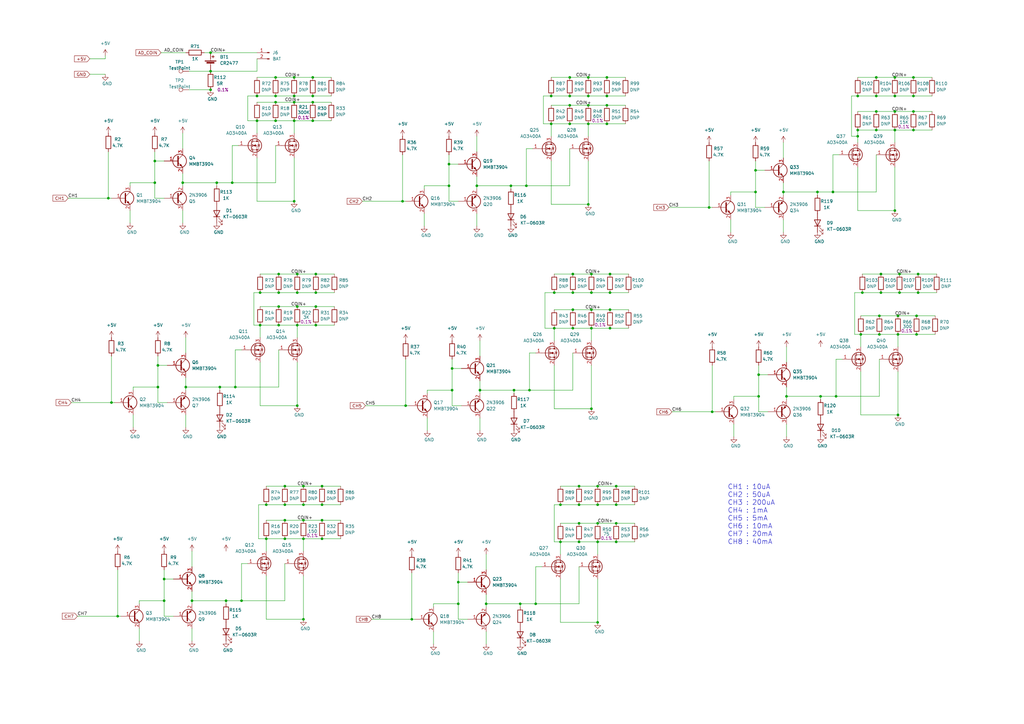
<source format=kicad_sch>
(kicad_sch (version 20211123) (generator eeschema)
  (paper "A3")
  (lib_symbols
    (symbol "Connector:Conn_01x02_Male" (pin_names (offset 1.016) hide)
      (property "Reference" "J" (at 0 2.54 0))
      (property "Value" "Conn_01x02_Male" (at 0 -5.08 0))
      (symbol "Conn_01x02_Male_1_1"
        (pin passive line (at 5.08 0 180) (length 3.81) (name "Pin_1") (number "1"))
        (pin passive line (at 5.08 -2.54 180) (length 3.81) (name "Pin_2") (number "2"))
      )
    )
    (symbol "Connector:TestPoint" (pin_numbers hide) (pin_names (offset 0.762) hide)
      (property "Reference" "TP" (at 0 6.858 0))
      (property "Value" "TestPoint" (at 0 5.08 0))
      (symbol "TestPoint_1_1"
        (pin passive line (at 0 0 90) (length 2.54) (name "1") (number "1"))
      )
    )
    (symbol "Device:Battery_Cell" (pin_numbers hide) (pin_names (offset 0) hide)
      (property "Reference" "BT" (at 2.54 2.54 0))
      (property "Value" "Battery_Cell" (at 2.54 0 0))
      (symbol "Battery_Cell_1_1"
        (pin passive line (at 0 5.08 270) (length 2.54) (name "+") (number "1"))
        (pin passive line (at 0 -2.54 90) (length 2.54) (name "-") (number "2"))
      )
    )
    (symbol "Device:LED" (pin_numbers hide) (pin_names (offset 1.016) hide)
      (property "Reference" "D" (at 0 2.54 0))
      (property "Value" "LED" (at 0 -2.54 0))
      (symbol "LED_1_1"
        (pin passive line (at -3.81 0 0) (length 2.54) (name "K") (number "1"))
        (pin passive line (at 3.81 0 180) (length 2.54) (name "A") (number "2"))
      )
    )
    (symbol "Device:R" (pin_numbers hide) (pin_names (offset 0))
      (property "Reference" "R" (at 2.032 0 90))
      (property "Value" "R" (at 0 0 90))
      (symbol "R_1_1"
        (pin passive line (at 0 3.81 270) (length 1.27) (name "~") (number "1"))
        (pin passive line (at 0 -3.81 90) (length 1.27) (name "~") (number "2"))
      )
    )
    (symbol "Transistor_BJT:2N3906" (pin_names (offset 0) hide)
      (property "Reference" "Q?" (at 5.08 1.2701 0))
      (property "Value" "2N3906" (at 5.08 -1.2699 0))
      (symbol "2N3906_1_1"
        (pin input line (at -5.08 0 0) (length 5.715) (name "B") (number "1"))
        (pin passive line (at 2.54 -5.08 90) (length 2.54) (name "E") (number "2"))
        (pin passive line (at 2.54 5.08 270) (length 2.54) (name "C") (number "3"))
      )
    )
    (symbol "Transistor_BJT:MMBT3904" (pin_names (offset 0) hide)
      (property "Reference" "Q" (at 5.08 1.905 0))
      (property "Value" "MMBT3904" (at 5.08 0 0))
      (symbol "MMBT3904_1_1"
        (pin input line (at -5.08 0 0) (length 5.715) (name "B") (number "1"))
        (pin passive line (at 2.54 -5.08 90) (length 2.54) (name "E") (number "2"))
        (pin passive line (at 2.54 5.08 270) (length 2.54) (name "C") (number "3"))
      )
    )
    (symbol "Transistor_FET:2N7000" (pin_names hide)
      (property "Reference" "Q?" (at 6.35 1.2701 0))
      (property "Value" "AP3400S" (at 6.35 -1.2699 0))
      (symbol "2N7000_1_1"
        (pin input line (at -5.08 0 0) (length 2.54) (name "G") (number "1"))
        (pin passive line (at 2.54 -5.08 90) (length 2.54) (name "S") (number "2"))
        (pin passive line (at 2.54 5.08 270) (length 2.54) (name "D") (number "3"))
      )
    )
    (symbol "power:+5V" (power) (pin_names (offset 0))
      (property "Value" "+5V" (at 0 3.556 0))
      (symbol "+5V_1_1"
        (pin power_in line (at 0 0 90) (length 0) hide (name "+5V") (number "1"))
      )
    )
    (symbol "power:GND" (power) (pin_names (offset 0))
      (property "Value" "GND" (at 0 -3.81 0))
      (symbol "GND_1_1"
        (pin power_in line (at 0 0 270) (length 0) hide (name "GND") (number "1"))
      )
    )
  )
  (junction (at 124.46 254))
  (junction (at 114.3 133.35))
  (junction (at 128.27 31.75))
  (junction (at 199.39 247.65))
  (junction (at 375.92 137.16))
  (junction (at 374.65 53.34))
  (junction (at 368.935 112.395))
  (junction (at 229.87 222.25))
  (junction (at 351.79 55.88))
  (junction (at 116.84 199.39))
  (junction (at 74.93 74.93))
  (junction (at 129.54 120.015))
  (junction (at 86.36 29.21))
  (junction (at 95.25 74.93))
  (junction (at 213.36 247.65))
  (junction (at 116.84 207.01))
  (junction (at 63.5 66.04))
  (junction (at 64.77 149.86))
  (junction (at 128.27 41.91))
  (junction (at 361.315 112.395))
  (junction (at 245.11 214.63))
  (junction (at 99.06 246.38))
  (junction (at 248.92 43.18))
  (junction (at 114.3 120.015))
  (junction (at 109.22 220.98))
  (junction (at 359.41 53.34))
  (junction (at 128.27 39.37))
  (junction (at 322.58 162.56))
  (junction (at 234.95 134.62))
  (junction (at 196.85 160.02))
  (junction (at 106.68 133.35))
  (junction (at 233.68 31.75))
  (junction (at 237.49 199.39))
  (junction (at 250.19 112.395))
  (junction (at 226.06 39.37))
  (junction (at 124.46 199.39))
  (junction (at 121.92 166.37))
  (junction (at 114.3 112.395))
  (junction (at 227.33 120.015))
  (junction (at 109.22 207.01))
  (junction (at 242.57 120.015))
  (junction (at 124.46 220.98))
  (junction (at 241.3 50.8))
  (junction (at 374.65 31.75))
  (junction (at 120.65 41.91))
  (junction (at 129.54 133.35))
  (junction (at 88.9 74.93))
  (junction (at 114.3 125.73))
  (junction (at 252.73 222.25))
  (junction (at 185.42 160.02))
  (junction (at 309.88 69.85))
  (junction (at 336.55 162.56))
  (junction (at 241.3 43.18))
  (junction (at 195.58 76.2))
  (junction (at 116.84 213.36))
  (junction (at 215.9 76.2))
  (junction (at 234.95 127))
  (junction (at 227.33 134.62))
  (junction (at 64.77 158.75))
  (junction (at 360.68 129.54))
  (junction (at 290.83 85.09))
  (junction (at 376.555 120.015))
  (junction (at 124.46 207.01))
  (junction (at 120.65 31.75))
  (junction (at 132.08 207.01))
  (junction (at 335.28 78.74))
  (junction (at 359.41 31.75))
  (junction (at 96.52 158.75))
  (junction (at 86.36 36.83))
  (junction (at 241.3 83.82))
  (junction (at 311.15 162.56))
  (junction (at 113.03 41.91))
  (junction (at 185.42 151.13))
  (junction (at 184.15 67.31))
  (junction (at 248.92 39.37))
  (junction (at 368.3 137.16))
  (junction (at 368.3 170.18))
  (junction (at 367.03 31.75))
  (junction (at 245.11 222.25))
  (junction (at 121.92 120.015))
  (junction (at 219.71 247.65))
  (junction (at 233.68 50.8))
  (junction (at 245.11 255.27))
  (junction (at 241.3 31.75))
  (junction (at 132.08 213.36))
  (junction (at 128.27 49.53))
  (junction (at 184.15 76.2))
  (junction (at 233.68 43.18))
  (junction (at 132.08 199.39))
  (junction (at 353.695 120.015))
  (junction (at 237.49 207.01))
  (junction (at 250.19 120.015))
  (junction (at 44.45 81.28))
  (junction (at 321.31 78.74))
  (junction (at 113.03 49.53))
  (junction (at 367.03 39.37))
  (junction (at 245.11 199.39))
  (junction (at 353.06 137.16))
  (junction (at 252.73 207.01))
  (junction (at 242.57 167.64))
  (junction (at 63.5 74.93))
  (junction (at 237.49 222.25))
  (junction (at 76.2 158.75))
  (junction (at 368.3 129.54))
  (junction (at 367.03 45.72))
  (junction (at 292.1 168.91))
  (junction (at 121.92 133.35))
  (junction (at 129.54 125.73))
  (junction (at 374.65 39.37))
  (junction (at 252.73 214.63))
  (junction (at 124.46 213.36))
  (junction (at 242.57 134.62))
  (junction (at 341.63 78.74))
  (junction (at 367.03 86.36))
  (junction (at 250.19 127))
  (junction (at 248.92 50.8))
  (junction (at 105.41 39.37))
  (junction (at 217.17 160.02))
  (junction (at 360.68 137.16))
  (junction (at 374.65 45.72))
  (junction (at 187.96 238.76))
  (junction (at 116.84 220.98))
  (junction (at 367.03 53.34))
  (junction (at 45.72 165.1))
  (junction (at 248.92 31.75))
  (junction (at 229.87 207.01))
  (junction (at 226.06 50.8))
  (junction (at 165.1 82.55))
  (junction (at 106.68 120.015))
  (junction (at 376.555 112.395))
  (junction (at 359.41 39.37))
  (junction (at 209.55 76.2))
  (junction (at 121.92 112.395))
  (junction (at 166.37 166.37))
  (junction (at 311.15 153.67))
  (junction (at 237.49 214.63))
  (junction (at 252.73 199.39))
  (junction (at 121.92 125.73))
  (junction (at 241.3 39.37))
  (junction (at 90.17 158.75))
  (junction (at 309.88 78.74))
  (junction (at 67.31 237.49))
  (junction (at 234.95 112.395))
  (junction (at 342.9 162.56))
  (junction (at 368.935 120.015))
  (junction (at 351.79 39.37))
  (junction (at 359.41 45.72))
  (junction (at 210.82 160.02))
  (junction (at 120.65 49.53))
  (junction (at 168.91 254))
  (junction (at 361.315 120.015))
  (junction (at 245.11 207.01))
  (junction (at 78.74 246.38))
  (junction (at 242.57 112.395))
  (junction (at 92.71 246.38))
  (junction (at 233.68 39.37))
  (junction (at 113.03 31.75))
  (junction (at 113.03 39.37))
  (junction (at 120.65 82.55))
  (junction (at 351.79 53.34))
  (junction (at 105.41 49.53))
  (junction (at 129.54 112.395))
  (junction (at 187.96 247.65))
  (junction (at 132.08 220.98))
  (junction (at 86.36 21.59))
  (junction (at 120.65 39.37))
  (junction (at 67.31 246.38))
  (junction (at 48.26 252.73))
  (junction (at 242.57 127))
  (junction (at 375.92 129.54))
  (junction (at 250.19 134.62))
  (junction (at 234.95 120.015))
  (wire (pts (xy 368.3 129.54) (xy 375.92 129.54)))
  (wire (pts (xy 242.57 120.015) (xy 250.19 120.015)))
  (wire (pts (xy 124.46 220.98) (xy 132.08 220.98)))
  (wire (pts (xy 309.88 69.85) (xy 309.88 78.74)))
  (wire (pts (xy 361.315 120.015) (xy 368.935 120.015)))
  (wire (pts (xy 309.88 78.74) (xy 309.88 85.09)))
  (wire (pts (xy 374.65 31.75) (xy 382.27 31.75)))
  (wire (pts (xy 233.68 43.18) (xy 241.3 43.18)))
  (wire (pts (xy 229.87 222.25) (xy 237.49 222.25)))
  (wire (pts (xy 374.65 39.37) (xy 382.27 39.37)))
  (wire (pts (xy 376.555 112.395) (xy 384.175 112.395)))
  (wire (pts (xy 292.1 149.86) (xy 292.1 168.91)))
  (wire (pts (xy 213.36 248.92) (xy 213.36 247.65)))
  (wire (pts (xy 311.15 149.86) (xy 311.15 153.67)))
  (wire (pts (xy 124.46 213.36) (xy 132.08 213.36)))
  (wire (pts (xy 350.52 120.015) (xy 350.52 137.16)))
  (wire (pts (xy 245.11 207.01) (xy 252.73 207.01)))
  (wire (pts (xy 300.99 179.07) (xy 300.99 173.99)))
  (wire (pts (xy 237.49 207.01) (xy 245.11 207.01)))
  (wire (pts (xy 67.31 237.49) (xy 67.31 246.38)))
  (wire (pts (xy 237.49 222.25) (xy 245.11 222.25)))
  (wire (pts (xy 63.5 66.04) (xy 67.31 66.04)))
  (wire (pts (xy 120.65 31.75) (xy 128.27 31.75)))
  (wire (pts (xy 322.58 162.56) (xy 322.58 163.83)))
  (wire (pts (xy 335.28 78.74) (xy 341.63 78.74)))
  (wire (pts (xy 242.57 112.395) (xy 250.19 112.395)))
  (wire (pts (xy 64.77 165.1) (xy 68.58 165.1)))
  (wire (pts (xy 349.25 39.37) (xy 349.25 55.88)))
  (wire (pts (xy 124.46 220.98) (xy 124.46 226.06)))
  (wire (pts (xy 375.92 137.16) (xy 383.54 137.16)))
  (wire (pts (xy 321.31 78.74) (xy 321.31 80.01)))
  (wire (pts (xy 360.68 129.54) (xy 368.3 129.54)))
  (wire (pts (xy 341.63 78.74) (xy 341.63 63.5)))
  (wire (pts (xy 43.18 24.13) (xy 43.18 22.86)))
  (wire (pts (xy 245.11 237.49) (xy 245.11 255.27)))
  (wire (pts (xy 185.42 151.13) (xy 185.42 160.02)))
  (wire (pts (xy 309.88 85.09) (xy 313.69 85.09)))
  (wire (pts (xy 132.08 207.01) (xy 139.7 207.01)))
  (wire (pts (xy 109.22 236.22) (xy 109.22 254)))
  (wire (pts (xy 114.3 133.35) (xy 121.92 133.35)))
  (wire (pts (xy 300.99 162.56) (xy 311.15 162.56)))
  (wire (pts (xy 226.06 39.37) (xy 222.885 39.37)))
  (wire (pts (xy 245.11 222.25) (xy 245.11 227.33)))
  (wire (pts (xy 184.15 82.55) (xy 187.96 82.55)))
  (wire (pts (xy 195.58 72.39) (xy 195.58 76.2)))
  (wire (pts (xy 54.61 158.75) (xy 64.77 158.75)))
  (wire (pts (xy 113.03 59.69) (xy 113.03 74.93)))
  (wire (pts (xy 367.03 68.58) (xy 367.03 86.36)))
  (wire (pts (xy 106.68 148.59) (xy 106.68 166.37)))
  (wire (pts (xy 322.58 142.24) (xy 322.58 148.59)))
  (wire (pts (xy 36.83 30.48) (xy 43.18 30.48)))
  (wire (pts (xy 185.42 151.13) (xy 189.23 151.13)))
  (wire (pts (xy 210.82 161.29) (xy 210.82 160.02)))
  (wire (pts (xy 199.39 247.65) (xy 199.39 248.92)))
  (wire (pts (xy 132.08 213.36) (xy 139.7 213.36)))
  (wire (pts (xy 105.41 82.55) (xy 120.65 82.55)))
  (wire (pts (xy 227.33 139.7) (xy 227.33 134.62)))
  (wire (pts (xy 359.41 45.72) (xy 367.03 45.72)))
  (wire (pts (xy 106.68 133.35) (xy 114.3 133.35)))
  (wire (pts (xy 148.59 82.55) (xy 165.1 82.55)))
  (wire (pts (xy 353.695 112.395) (xy 361.315 112.395)))
  (wire (pts (xy 184.15 76.2) (xy 184.15 82.55)))
  (wire (pts (xy 57.15 247.65) (xy 57.15 246.38)))
  (wire (pts (xy 248.92 50.8) (xy 256.54 50.8)))
  (wire (pts (xy 245.11 199.39) (xy 252.73 199.39)))
  (wire (pts (xy 184.15 67.31) (xy 187.96 67.31)))
  (wire (pts (xy 309.88 66.04) (xy 309.88 69.85)))
  (wire (pts (xy 187.96 238.76) (xy 191.77 238.76)))
  (wire (pts (xy 78.74 246.38) (xy 92.71 246.38)))
  (wire (pts (xy 322.58 162.56) (xy 336.55 162.56)))
  (wire (pts (xy 227.33 222.25) (xy 229.87 222.25)))
  (wire (pts (xy 113.03 39.37) (xy 120.65 39.37)))
  (wire (pts (xy 120.65 41.91) (xy 128.27 41.91)))
  (wire (pts (xy 226.06 66.04) (xy 226.06 83.82)))
  (wire (pts (xy 351.79 53.34) (xy 359.41 53.34)))
  (wire (pts (xy 92.71 247.65) (xy 92.71 246.38)))
  (wire (pts (xy 113.03 74.93) (xy 95.25 74.93)))
  (wire (pts (xy 219.71 247.65) (xy 219.71 232.41)))
  (wire (pts (xy 299.72 95.25) (xy 299.72 90.17)))
  (wire (pts (xy 252.73 207.01) (xy 260.35 207.01)))
  (wire (pts (xy 120.65 49.53) (xy 128.27 49.53)))
  (wire (pts (xy 336.55 163.83) (xy 336.55 162.56)))
  (wire (pts (xy 351.79 55.88) (xy 351.79 53.34)))
  (wire (pts (xy 368.3 137.16) (xy 375.92 137.16)))
  (wire (pts (xy 359.41 63.5) (xy 359.41 78.74)))
  (wire (pts (xy 321.31 78.74) (xy 335.28 78.74)))
  (wire (pts (xy 129.54 133.35) (xy 137.16 133.35)))
  (wire (pts (xy 177.8 264.16) (xy 177.8 259.08)))
  (wire (pts (xy 252.73 222.25) (xy 260.35 222.25)))
  (wire (pts (xy 252.73 199.39) (xy 260.35 199.39)))
  (wire (pts (xy 311.15 162.56) (xy 311.15 168.91)))
  (wire (pts (xy 121.92 125.73) (xy 129.54 125.73)))
  (wire (pts (xy 90.17 158.75) (xy 96.52 158.75)))
  (wire (pts (xy 116.84 246.38) (xy 99.06 246.38)))
  (wire (pts (xy 226.06 50.8) (xy 233.68 50.8)))
  (wire (pts (xy 83.82 21.59) (xy 86.36 21.59)))
  (wire (pts (xy 48.26 233.68) (xy 48.26 252.73)))
  (wire (pts (xy 165.1 82.55) (xy 166.37 82.55)))
  (wire (pts (xy 177.8 248.92) (xy 177.8 247.65)))
  (wire (pts (xy 229.87 237.49) (xy 229.87 255.27)))
  (wire (pts (xy 76.2 158.75) (xy 76.2 160.02)))
  (wire (pts (xy 290.83 85.09) (xy 292.1 85.09)))
  (wire (pts (xy 78.74 262.89) (xy 78.74 257.81)))
  (wire (pts (xy 95.25 59.69) (xy 97.79 59.69)))
  (wire (pts (xy 368.935 112.395) (xy 376.555 112.395)))
  (wire (pts (xy 99.06 231.14) (xy 101.6 231.14)))
  (wire (pts (xy 31.75 252.73) (xy 48.26 252.73)))
  (wire (pts (xy 27.94 81.28) (xy 44.45 81.28)))
  (wire (pts (xy 368.3 137.16) (xy 368.3 142.24)))
  (wire (pts (xy 63.5 74.93) (xy 63.5 81.28)))
  (wire (pts (xy 36.83 24.13) (xy 43.18 24.13)))
  (wire (pts (xy 229.87 207.01) (xy 227.33 207.01)))
  (wire (pts (xy 106.045 220.98) (xy 109.22 220.98)))
  (wire (pts (xy 53.34 76.2) (xy 53.34 74.93)))
  (wire (pts (xy 173.99 92.71) (xy 173.99 87.63)))
  (wire (pts (xy 353.06 137.16) (xy 360.68 137.16)))
  (wire (pts (xy 105.41 29.21) (xy 105.41 24.13)))
  (wire (pts (xy 311.15 153.67) (xy 311.15 162.56)))
  (wire (pts (xy 129.54 112.395) (xy 137.16 112.395)))
  (wire (pts (xy 104.14 133.35) (xy 106.68 133.35)))
  (wire (pts (xy 104.14 120.015) (xy 104.14 133.35)))
  (wire (pts (xy 78.74 226.06) (xy 78.74 232.41)))
  (wire (pts (xy 242.57 127) (xy 250.19 127)))
  (wire (pts (xy 121.92 133.35) (xy 121.92 138.43)))
  (wire (pts (xy 187.96 238.76) (xy 187.96 247.65)))
  (wire (pts (xy 309.88 69.85) (xy 313.69 69.85)))
  (wire (pts (xy 336.55 162.56) (xy 342.9 162.56)))
  (wire (pts (xy 350.52 137.16) (xy 353.06 137.16)))
  (wire (pts (xy 209.55 76.2) (xy 215.9 76.2)))
  (wire (pts (xy 114.3 143.51) (xy 114.3 158.75)))
  (wire (pts (xy 353.06 152.4) (xy 353.06 170.18)))
  (wire (pts (xy 321.31 74.93) (xy 321.31 78.74)))
  (wire (pts (xy 241.3 31.75) (xy 248.92 31.75)))
  (wire (pts (xy 341.63 63.5) (xy 344.17 63.5)))
  (wire (pts (xy 109.22 254) (xy 124.46 254)))
  (wire (pts (xy 66.04 21.59) (xy 76.2 21.59)))
  (wire (pts (xy 227.33 127) (xy 234.95 127)))
  (wire (pts (xy 353.695 120.015) (xy 361.315 120.015)))
  (wire (pts (xy 376.555 120.015) (xy 384.175 120.015)))
  (wire (pts (xy 67.31 233.68) (xy 67.31 237.49)))
  (wire (pts (xy 234.95 144.78) (xy 234.95 160.02)))
  (wire (pts (xy 233.68 31.75) (xy 241.3 31.75)))
  (wire (pts (xy 367.03 53.34) (xy 367.03 58.42)))
  (wire (pts (xy 226.06 83.82) (xy 241.3 83.82)))
  (wire (pts (xy 196.85 176.53) (xy 196.85 171.45)))
  (wire (pts (xy 233.68 60.96) (xy 233.68 76.2)))
  (wire (pts (xy 168.91 234.95) (xy 168.91 254)))
  (wire (pts (xy 353.06 142.24) (xy 353.06 137.16)))
  (wire (pts (xy 361.315 112.395) (xy 368.935 112.395)))
  (wire (pts (xy 101.6 39.37) (xy 101.6 49.53)))
  (wire (pts (xy 226.06 39.37) (xy 233.68 39.37)))
  (wire (pts (xy 199.39 264.16) (xy 199.39 259.08)))
  (wire (pts (xy 351.79 39.37) (xy 349.25 39.37)))
  (wire (pts (xy 229.87 227.33) (xy 229.87 222.25)))
  (wire (pts (xy 120.65 39.37) (xy 128.27 39.37)))
  (wire (pts (xy 114.3 125.73) (xy 121.92 125.73)))
  (wire (pts (xy 105.41 54.61) (xy 105.41 49.53)))
  (wire (pts (xy 234.95 160.02) (xy 217.17 160.02)))
  (wire (pts (xy 342.9 162.56) (xy 342.9 147.32)))
  (wire (pts (xy 128.27 41.91) (xy 135.89 41.91)))
  (wire (pts (xy 222.885 39.37) (xy 222.885 50.8)))
  (wire (pts (xy 106.68 120.015) (xy 104.14 120.015)))
  (wire (pts (xy 222.885 50.8) (xy 226.06 50.8)))
  (wire (pts (xy 29.21 165.1) (xy 45.72 165.1)))
  (wire (pts (xy 57.15 262.89) (xy 57.15 257.81)))
  (wire (pts (xy 229.87 255.27) (xy 245.11 255.27)))
  (wire (pts (xy 92.71 246.38) (xy 99.06 246.38)))
  (wire (pts (xy 300.99 163.83) (xy 300.99 162.56)))
  (wire (pts (xy 322.58 179.07) (xy 322.58 173.99)))
  (wire (pts (xy 177.8 247.65) (xy 187.96 247.65)))
  (wire (pts (xy 64.77 146.05) (xy 64.77 149.86)))
  (wire (pts (xy 351.79 68.58) (xy 351.79 86.36)))
  (wire (pts (xy 195.58 76.2) (xy 195.58 77.47)))
  (wire (pts (xy 116.84 231.14) (xy 116.84 246.38)))
  (wire (pts (xy 106.68 120.015) (xy 114.3 120.015)))
  (wire (pts (xy 168.91 254) (xy 170.18 254)))
  (wire (pts (xy 74.93 91.44) (xy 74.93 86.36)))
  (wire (pts (xy 226.06 31.75) (xy 233.68 31.75)))
  (wire (pts (xy 245.11 214.63) (xy 252.73 214.63)))
  (wire (pts (xy 367.03 39.37) (xy 374.65 39.37)))
  (wire (pts (xy 105.41 49.53) (xy 113.03 49.53)))
  (wire (pts (xy 367.03 31.75) (xy 374.65 31.75)))
  (wire (pts (xy 101.6 49.53) (xy 105.41 49.53)))
  (wire (pts (xy 114.3 112.395) (xy 121.92 112.395)))
  (wire (pts (xy 241.3 43.18) (xy 248.92 43.18)))
  (wire (pts (xy 165.1 63.5) (xy 165.1 82.55)))
  (wire (pts (xy 175.26 161.29) (xy 175.26 160.02)))
  (wire (pts (xy 368.3 152.4) (xy 368.3 170.18)))
  (wire (pts (xy 175.26 176.53) (xy 175.26 171.45)))
  (wire (pts (xy 223.52 120.015) (xy 223.52 134.62)))
  (wire (pts (xy 128.27 39.37) (xy 135.89 39.37)))
  (wire (pts (xy 359.41 53.34) (xy 367.03 53.34)))
  (wire (pts (xy 248.92 39.37) (xy 256.54 39.37)))
  (wire (pts (xy 187.96 254) (xy 191.77 254)))
  (wire (pts (xy 113.03 41.91) (xy 120.65 41.91)))
  (wire (pts (xy 187.96 234.95) (xy 187.96 238.76)))
  (wire (pts (xy 63.5 81.28) (xy 67.31 81.28)))
  (wire (pts (xy 353.06 129.54) (xy 360.68 129.54)))
  (wire (pts (xy 44.45 81.28) (xy 45.72 81.28)))
  (wire (pts (xy 113.03 31.75) (xy 120.65 31.75)))
  (wire (pts (xy 311.15 153.67) (xy 314.96 153.67)))
  (wire (pts (xy 121.92 112.395) (xy 129.54 112.395)))
  (wire (pts (xy 242.57 134.62) (xy 242.57 139.7)))
  (wire (pts (xy 45.72 165.1) (xy 46.99 165.1)))
  (wire (pts (xy 124.46 199.39) (xy 132.08 199.39)))
  (wire (pts (xy 76.2 158.75) (xy 90.17 158.75)))
  (wire (pts (xy 250.19 127) (xy 257.81 127)))
  (wire (pts (xy 67.31 246.38) (xy 67.31 252.73)))
  (wire (pts (xy 359.41 78.74) (xy 341.63 78.74)))
  (wire (pts (xy 217.17 144.78) (xy 219.71 144.78)))
  (wire (pts (xy 195.58 76.2) (xy 209.55 76.2)))
  (wire (pts (xy 237.49 232.41) (xy 237.49 247.65)))
  (wire (pts (xy 76.2 175.26) (xy 76.2 170.18)))
  (wire (pts (xy 78.74 246.38) (xy 78.74 247.65)))
  (wire (pts (xy 234.95 134.62) (xy 242.57 134.62)))
  (wire (pts (xy 63.5 66.04) (xy 63.5 74.93)))
  (wire (pts (xy 299.72 80.01) (xy 299.72 78.74)))
  (wire (pts (xy 45.72 146.05) (xy 45.72 165.1)))
  (wire (pts (xy 106.68 125.73) (xy 114.3 125.73)))
  (wire (pts (xy 152.4 254) (xy 168.91 254)))
  (wire (pts (xy 173.99 76.2) (xy 184.15 76.2)))
  (wire (pts (xy 53.34 74.93) (xy 63.5 74.93)))
  (wire (pts (xy 114.3 158.75) (xy 96.52 158.75)))
  (wire (pts (xy 132.08 220.98) (xy 139.7 220.98)))
  (wire (pts (xy 250.19 112.395) (xy 257.81 112.395)))
  (wire (pts (xy 76.2 138.43) (xy 76.2 144.78)))
  (wire (pts (xy 67.31 252.73) (xy 71.12 252.73)))
  (wire (pts (xy 229.87 214.63) (xy 237.49 214.63)))
  (wire (pts (xy 250.19 120.015) (xy 257.81 120.015)))
  (wire (pts (xy 241.3 50.8) (xy 241.3 55.88)))
  (wire (pts (xy 227.33 134.62) (xy 234.95 134.62)))
  (wire (pts (xy 311.15 168.91) (xy 314.96 168.91)))
  (wire (pts (xy 226.06 43.18) (xy 233.68 43.18)))
  (wire (pts (xy 149.86 166.37) (xy 166.37 166.37)))
  (wire (pts (xy 96.52 143.51) (xy 99.06 143.51)))
  (wire (pts (xy 210.82 160.02) (xy 217.17 160.02)))
  (wire (pts (xy 351.79 86.36) (xy 367.03 86.36)))
  (wire (pts (xy 237.49 247.65) (xy 219.71 247.65)))
  (wire (pts (xy 74.93 74.93) (xy 74.93 76.2)))
  (wire (pts (xy 359.41 31.75) (xy 367.03 31.75)))
  (wire (pts (xy 229.87 207.01) (xy 237.49 207.01)))
  (wire (pts (xy 374.65 53.34) (xy 382.27 53.34)))
  (wire (pts (xy 195.58 92.71) (xy 195.58 87.63)))
  (wire (pts (xy 77.47 29.21) (xy 86.36 29.21)))
  (wire (pts (xy 353.695 120.015) (xy 350.52 120.015)))
  (wire (pts (xy 166.37 147.32) (xy 166.37 166.37)))
  (wire (pts (xy 233.68 76.2) (xy 215.9 76.2)))
  (wire (pts (xy 105.41 39.37) (xy 101.6 39.37)))
  (wire (pts (xy 105.41 41.91) (xy 113.03 41.91)))
  (wire (pts (xy 227.33 207.01) (xy 227.33 222.25)))
  (wire (pts (xy 64.77 149.86) (xy 68.58 149.86)))
  (wire (pts (xy 64.77 149.86) (xy 64.77 158.75)))
  (wire (pts (xy 121.92 133.35) (xy 129.54 133.35)))
  (wire (pts (xy 109.22 220.98) (xy 116.84 220.98)))
  (wire (pts (xy 173.99 77.47) (xy 173.99 76.2)))
  (wire (pts (xy 234.95 120.015) (xy 242.57 120.015)))
  (wire (pts (xy 88.9 74.93) (xy 95.25 74.93)))
  (wire (pts (xy 368.935 120.015) (xy 376.555 120.015)))
  (wire (pts (xy 109.22 226.06) (xy 109.22 220.98)))
  (wire (pts (xy 76.2 154.94) (xy 76.2 158.75)))
  (wire (pts (xy 195.58 55.88) (xy 195.58 62.23)))
  (wire (pts (xy 74.93 71.12) (xy 74.93 74.93)))
  (wire (pts (xy 223.52 134.62) (xy 227.33 134.62)))
  (wire (pts (xy 187.96 247.65) (xy 187.96 254)))
  (wire (pts (xy 74.93 74.93) (xy 88.9 74.93)))
  (wire (pts (xy 106.045 207.01) (xy 106.045 220.98)))
  (wire (pts (xy 233.68 50.8) (xy 241.3 50.8)))
  (wire (pts (xy 106.68 112.395) (xy 114.3 112.395)))
  (wire (pts (xy 234.95 127) (xy 242.57 127)))
  (wire (pts (xy 105.41 39.37) (xy 113.03 39.37)))
  (wire (pts (xy 124.46 207.01) (xy 132.08 207.01)))
  (wire (pts (xy 219.71 232.41) (xy 222.25 232.41)))
  (wire (pts (xy 227.33 120.015) (xy 234.95 120.015)))
  (wire (pts (xy 106.68 138.43) (xy 106.68 133.35)))
  (wire (pts (xy 367.03 53.34) (xy 374.65 53.34)))
  (wire (pts (xy 227.33 149.86) (xy 227.33 167.64)))
  (wire (pts (xy 248.92 43.18) (xy 256.54 43.18)))
  (wire (pts (xy 322.58 158.75) (xy 322.58 162.56)))
  (wire (pts (xy 86.36 21.59) (xy 105.41 21.59)))
  (wire (pts (xy 237.49 214.63) (xy 245.11 214.63)))
  (wire (pts (xy 128.27 31.75) (xy 135.89 31.75)))
  (wire (pts (xy 175.26 160.02) (xy 185.42 160.02)))
  (wire (pts (xy 196.85 139.7) (xy 196.85 146.05)))
  (wire (pts (xy 199.39 247.65) (xy 213.36 247.65)))
  (wire (pts (xy 199.39 227.33) (xy 199.39 233.68)))
  (wire (pts (xy 196.85 160.02) (xy 210.82 160.02)))
  (wire (pts (xy 88.9 76.2) (xy 88.9 74.93)))
  (wire (pts (xy 351.79 31.75) (xy 359.41 31.75)))
  (wire (pts (xy 184.15 67.31) (xy 184.15 76.2)))
  (wire (pts (xy 105.41 64.77) (xy 105.41 82.55)))
  (wire (pts (xy 241.3 50.8) (xy 248.92 50.8)))
  (wire (pts (xy 64.77 158.75) (xy 64.77 165.1)))
  (wire (pts (xy 351.79 39.37) (xy 359.41 39.37)))
  (wire (pts (xy 349.25 55.88) (xy 351.79 55.88)))
  (wire (pts (xy 95.25 74.93) (xy 95.25 59.69)))
  (wire (pts (xy 360.68 162.56) (xy 342.9 162.56)))
  (wire (pts (xy 199.39 243.84) (xy 199.39 247.65)))
  (wire (pts (xy 227.33 167.64) (xy 242.57 167.64)))
  (wire (pts (xy 121.92 120.015) (xy 129.54 120.015)))
  (wire (pts (xy 109.22 207.01) (xy 106.045 207.01)))
  (wire (pts (xy 77.47 36.83) (xy 86.36 36.83)))
  (wire (pts (xy 299.72 78.74) (xy 309.88 78.74)))
  (wire (pts (xy 185.42 166.37) (xy 189.23 166.37)))
  (wire (pts (xy 116.84 207.01) (xy 124.46 207.01)))
  (wire (pts (xy 274.32 85.09) (xy 290.83 85.09)))
  (wire (pts (xy 185.42 160.02) (xy 185.42 166.37)))
  (wire (pts (xy 116.84 220.98) (xy 124.46 220.98)))
  (wire (pts (xy 233.68 39.37) (xy 241.3 39.37)))
  (wire (pts (xy 342.9 147.32) (xy 345.44 147.32)))
  (wire (pts (xy 57.15 246.38) (xy 67.31 246.38)))
  (wire (pts (xy 96.52 158.75) (xy 96.52 143.51)))
  (wire (pts (xy 120.65 64.77) (xy 120.65 82.55)))
  (wire (pts (xy 250.19 134.62) (xy 257.81 134.62)))
  (wire (pts (xy 121.92 148.59) (xy 121.92 166.37)))
  (wire (pts (xy 252.73 214.63) (xy 260.35 214.63)))
  (wire (pts (xy 353.06 170.18) (xy 368.3 170.18)))
  (wire (pts (xy 124.46 236.22) (xy 124.46 254)))
  (wire (pts (xy 99.06 246.38) (xy 99.06 231.14)))
  (wire (pts (xy 54.61 175.26) (xy 54.61 170.18)))
  (wire (pts (xy 335.28 80.01) (xy 335.28 78.74)))
  (wire (pts (xy 78.74 242.57) (xy 78.74 246.38)))
  (wire (pts (xy 184.15 63.5) (xy 184.15 67.31)))
  (wire (pts (xy 242.57 134.62) (xy 250.19 134.62)))
  (wire (pts (xy 374.65 45.72) (xy 382.27 45.72)))
  (wire (pts (xy 109.22 199.39) (xy 116.84 199.39)))
  (wire (pts (xy 321.31 58.42) (xy 321.31 64.77)))
  (wire (pts (xy 234.95 112.395) (xy 242.57 112.395)))
  (wire (pts (xy 321.31 95.25) (xy 321.31 90.17)))
  (wire (pts (xy 120.65 49.53) (xy 120.65 54.61)))
  (wire (pts (xy 63.5 62.23) (xy 63.5 66.04)))
  (wire (pts (xy 116.84 213.36) (xy 124.46 213.36)))
  (wire (pts (xy 74.93 54.61) (xy 74.93 60.96)))
  (wire (pts (xy 215.9 60.96) (xy 218.44 60.96)))
  (wire (pts (xy 241.3 66.04) (xy 241.3 83.82)))
  (wire (pts (xy 113.03 49.53) (xy 120.65 49.53)))
  (wire (pts (xy 185.42 147.32) (xy 185.42 151.13)))
  (wire (pts (xy 196.85 156.21) (xy 196.85 160.02)))
  (wire (pts (xy 360.68 147.32) (xy 360.68 162.56)))
  (wire (pts (xy 166.37 166.37) (xy 167.64 166.37)))
  (wire (pts (xy 86.36 29.21) (xy 105.41 29.21)))
  (wire (pts (xy 215.9 76.2) (xy 215.9 60.96)))
  (wire (pts (xy 116.84 199.39) (xy 124.46 199.39)))
  (wire (pts (xy 360.68 137.16) (xy 368.3 137.16)))
  (wire (pts (xy 106.68 166.37) (xy 121.92 166.37)))
  (wire (pts (xy 290.83 66.04) (xy 290.83 85.09)))
  (wire (pts (xy 242.57 149.86) (xy 242.57 167.64)))
  (wire (pts (xy 53.34 91.44) (xy 53.34 86.36)))
  (wire (pts (xy 227.33 112.395) (xy 234.95 112.395)))
  (wire (pts (xy 248.92 31.75) (xy 256.54 31.75)))
  (wire (pts (xy 245.11 222.25) (xy 252.73 222.25)))
  (wire (pts (xy 292.1 168.91) (xy 293.37 168.91)))
  (wire (pts (xy 129.54 120.015) (xy 137.16 120.015)))
  (wire (pts (xy 237.49 199.39) (xy 245.11 199.39)))
  (wire (pts (xy 44.45 62.23) (xy 44.45 81.28)))
  (wire (pts (xy 227.33 120.015) (xy 223.52 120.015)))
  (wire (pts (xy 217.17 160.02) (xy 217.17 144.78)))
  (wire (pts (xy 367.03 45.72) (xy 374.65 45.72)))
  (wire (pts (xy 375.92 129.54) (xy 383.54 129.54)))
  (wire (pts (xy 114.3 120.015) (xy 121.92 120.015)))
  (wire (pts (xy 241.3 39.37) (xy 248.92 39.37)))
  (wire (pts (xy 48.26 252.73) (xy 49.53 252.73)))
  (wire (pts (xy 196.85 160.02) (xy 196.85 161.29)))
  (wire (pts (xy 351.79 45.72) (xy 359.41 45.72)))
  (wire (pts (xy 226.06 55.88) (xy 226.06 50.8)))
  (wire (pts (xy 351.79 58.42) (xy 351.79 55.88)))
  (wire (pts (xy 132.08 199.39) (xy 139.7 199.39)))
  (wire (pts (xy 359.41 39.37) (xy 367.03 39.37)))
  (wire (pts (xy 105.41 31.75) (xy 113.03 31.75)))
  (wire (pts (xy 67.31 237.49) (xy 71.12 237.49)))
  (wire (pts (xy 90.17 160.02) (xy 90.17 158.75)))
  (wire (pts (xy 54.61 160.02) (xy 54.61 158.75)))
  (wire (pts (xy 128.27 49.53) (xy 135.89 49.53)))
  (wire (pts (xy 109.22 213.36) (xy 116.84 213.36)))
  (wire (pts (xy 213.36 247.65) (xy 219.71 247.65)))
  (wire (pts (xy 109.22 207.01) (xy 116.84 207.01)))
  (wire (pts (xy 129.54 125.73) (xy 137.16 125.73)))
  (wire (pts (xy 275.59 168.91) (xy 292.1 168.91)))
  (wire (pts (xy 229.87 199.39) (xy 237.49 199.39)))
  (wire (pts (xy 209.55 77.47) (xy 209.55 76.2)))
  (text "CH1 : 10uA\nCH2 : 50uA\nCH3 : 200uA\nCH4 : 1mA\nCH5 : 5mA\nCH6 : 10mA\nCH7 : 20mA\nCH8 : 40mA" (at 298.45 223.52 0) (effects (font (size 2 2)) (justify left bottom)))
  (label "CH3" (at 274.32 85.09 0))
  (label "COIN+" (at 240.03 112.395 0))
  (label "COIN+" (at 119.38 125.73 0))
  (label "COIN+" (at 367.03 129.54 0))
  (label "COIN+" (at 121.92 213.36 0))
  (label "CH6" (at 275.59 168.91 0))
  (label "COIN+" (at 367.665 112.395 0))
  (label "CH8" (at 152.4 254 0))
  (label "CH1" (at 27.94 81.28 0))
  (label "COIN+" (at 119.38 112.395 0))
  (label "COIN+" (at 240.03 127 0))
  (label "COIN+" (at 365.76 45.72 0))
  (label "COIN+" (at 236.22 31.75 0))
  (label "COIN+" (at 121.92 199.39 0))
  (label "COIN+" (at 116.84 31.75 0))
  (label "COIN+" (at 245.11 199.39 0))
  (label "COIN+" (at 236.22 43.18 0))
  (label "CH7" (at 31.75 252.73 0))
  (label "CH4" (at 29.21 165.1 0))
  (label "COIN+" (at 116.84 41.91 0))
  (label "COIN+" (at 86.36 21.59 0))
  (label "CH5" (at 149.86 166.37 0))
  (label "COIN+" (at 245.11 214.63 0))
  (label "CH2" (at 148.59 82.55 0))
  (label "COIN+" (at 365.76 31.75 0))
  (label "AD_COIN" (at 67.31 21.59 0))
  (global_label "+5V" (shape input) (at 36.83 24.13 180) (property "Intersheet References" "${INTERSHEET_REFS}" (effects hide)))
  (global_label "AD_COIN" (shape input) (at 66.04 21.59 180) (property "Intersheet References" "${INTERSHEET_REFS}" (effects hide)))
  (global_label "CH5" (shape input) (at 149.86 166.37 180) (property "Intersheet References" "${INTERSHEET_REFS}" (effects hide)))
  (global_label "CH1" (shape input) (at 27.94 81.28 180) (property "Intersheet References" "${INTERSHEET_REFS}" (effects hide)))
  (global_label "CH2" (shape input) (at 148.59 82.55 180) (property "Intersheet References" "${INTERSHEET_REFS}" (effects hide)))
  (global_label "CH3" (shape input) (at 274.32 85.09 180) (property "Intersheet References" "${INTERSHEET_REFS}" (effects hide)))
  (global_label "CH8" (shape input) (at 152.4 254 180) (property "Intersheet References" "${INTERSHEET_REFS}" (effects hide)))
  (global_label "GND" (shape input) (at 36.83 30.48 180) (property "Intersheet References" "${INTERSHEET_REFS}" (effects hide)))
  (global_label "CH6" (shape input) (at 275.59 168.91 180) (property "Intersheet References" "${INTERSHEET_REFS}" (effects hide)))
  (global_label "CH7" (shape input) (at 31.75 252.73 180) (property "Intersheet References" "${INTERSHEET_REFS}" (effects hide)))
  (global_label "CH4" (shape input) (at 29.21 165.1 180) (property "Intersheet References" "${INTERSHEET_REFS}" (effects hide)))
  (symbol (lib_id "power:GND") (at 54.61 175.26 0) (unit 1)
    (property "Reference" "#PWR028" (effects hide))
    (property "Value" "GND" (at 53.34 179.07 0) (effects (justify left)))
  )
  (symbol (lib_id "power:GND") (at 124.46 254 0) (unit 1)
    (property "Reference" "#PWR053" (effects hide))
    (property "Value" "GND" (at 123.19 257.81 0) (effects (justify left)))
  )
  (symbol (lib_id "power:GND") (at 78.74 262.89 0) (unit 1)
    (property "Reference" "#PWR045" (effects hide))
    (property "Value" "GND" (at 77.47 266.7 0) (effects (justify left)))
  )
  (symbol (lib_id "Device:R") (at 234.95 130.81 180) (unit 1)
    (property "Reference" "R46" (at 238.76 129.54 0))
    (property "Value" "DNP" (at 238.76 132.08 0))
    (property "Footprint" "Resistor_THT:R_Axial_DIN0207_L6.3mm_D2.5mm_P10.16mm_Horizontal" (effects hide))
  )
  (symbol (lib_id "Device:R") (at 105.41 45.72 180) (unit 1)
    (property "Reference" "R10" (at 109.22 44.45 0))
    (property "Value" "DNP" (at 109.22 46.99 0))
    (property "Footprint" "Resistor_THT:R_Axial_DIN0207_L6.3mm_D2.5mm_P10.16mm_Horizontal" (effects hide))
  )
  (symbol (lib_id "Device:R") (at 359.41 49.53 180) (unit 1)
    (property "Reference" "R63" (at 363.22 48.26 0))
    (property "Value" "DNP" (at 363.22 50.8 0))
    (property "Footprint" "Resistor_THT:R_Axial_DIN0207_L6.3mm_D2.5mm_P10.16mm_Horizontal" (effects hide))
  )
  (symbol (lib_id "Device:R") (at 260.35 203.2 180) (unit 1)
    (property "Reference" "R101" (at 264.16 201.93 0))
    (property "Value" "DNP" (at 264.16 204.47 0))
    (property "Footprint" "Resistor_SMD:R_1210_3225Metric" (effects hide))
  )
  (symbol (lib_id "Device:LED") (at 209.55 88.9 90) (unit 1)
    (property "Reference" "D6" (at 214.63 88.9 90))
    (property "Value" "KT-0603R" (at 218.44 91.44 90))
    (property "Footprint" "LED_SMD:LED_0603_1608Metric" (effects hide))
  )
  (symbol (lib_id "power:GND") (at 90.17 175.26 0) (unit 1)
    (property "Reference" "#PWR048" (effects hide))
    (property "Value" "GND" (at 88.9 179.07 0) (effects (justify left)))
  )
  (symbol (lib_id "power:GND") (at 74.93 91.44 0) (unit 1)
    (property "Reference" "#PWR041" (effects hide))
    (property "Value" "GND" (at 73.66 95.25 0) (effects (justify left)))
  )
  (symbol (lib_id "power:GND") (at 213.36 264.16 0) (unit 1)
    (property "Reference" "#PWR077" (effects hide))
    (property "Value" "GND" (at 212.09 267.97 0) (effects (justify left)))
  )
  (symbol (lib_id "Transistor_FET:2N7000") (at 104.14 143.51 0) (unit 1)
    (property "Reference" "Q11" (at 97.79 135.89 0) (effects (justify left)))
    (property "Value" "AO3400A" (at 93.98 138.43 0) (effects (justify left)))
    (property "Footprint" "Package_TO_SOT_SMD:SOT-23" (effects hide))
    (property "LCSC" "C20917" (effects hide))
  )
  (symbol (lib_id "Transistor_BJT:MMBT3904") (at 298.45 168.91 0) (unit 1)
    (property "Reference" "Q32" (at 303.53 167.6399 0) (effects (justify left)))
    (property "Value" "MMBT3904" (at 303.53 170.1799 0) (effects (justify left)))
    (property "Footprint" "Package_TO_SOT_SMD:SOT-23" (effects hide))
    (property "Datasheet" "https://www.onsemi.com/pub/Collateral/2N3903-D.PDF" (effects hide))
    (property "LCSC" "C20526" (effects hide))
  )
  (symbol (lib_id "Device:LED") (at 92.71 259.08 90) (unit 1)
    (property "Reference" "D5" (at 97.79 257.81 90))
    (property "Value" "KT-0603R" (at 100.33 260.35 90))
    (property "Footprint" "LED_SMD:LED_0603_1608Metric" (effects hide))
  )
  (symbol (lib_id "power:+5V") (at 45.72 138.43 0) (unit 1)
    (property "Reference" "#PWR022" (effects hide))
    (property "Value" "+5V" (at 45.72 133.35 0))
  )
  (symbol (lib_id "Device:R") (at 237.49 203.2 180) (unit 1)
    (property "Reference" "R92" (at 241.3 201.93 0))
    (property "Value" "DNP" (at 241.3 204.47 0))
    (property "Footprint" "Resistor_SMD:R_0603_1608Metric" (effects hide))
  )
  (symbol (lib_id "power:GND") (at 88.9 91.44 0) (unit 1)
    (property "Reference" "#PWR047" (effects hide))
    (property "Value" "GND" (at 87.63 95.25 0) (effects (justify left)))
  )
  (symbol (lib_id "Device:R") (at 185.42 143.51 180) (unit 1)
    (property "Reference" "R40" (at 189.23 142.24 0))
    (property "Value" "4.7K" (at 189.23 144.78 0))
    (property "Footprint" "Resistor_SMD:R_0603_1608Metric" (effects hide))
  )
  (symbol (lib_id "Transistor_BJT:MMBT3904") (at 297.18 85.09 0) (unit 1)
    (property "Reference" "Q31" (at 302.26 83.8199 0) (effects (justify left)))
    (property "Value" "MMBT3904" (at 302.26 86.3599 0) (effects (justify left)))
    (property "Footprint" "Package_TO_SOT_SMD:SOT-23" (effects hide))
    (property "Datasheet" "https://www.onsemi.com/pub/Collateral/2N3903-D.PDF" (effects hide))
    (property "LCSC" "C20526" (effects hide))
  )
  (symbol (lib_id "power:+5V") (at 76.2 138.43 0) (unit 1)
    (property "Reference" "#PWR042" (effects hide))
    (property "Value" "+5V" (at 76.2 133.35 0))
  )
  (symbol (lib_id "power:+5V") (at 290.83 58.42 0) (unit 1)
    (property "Reference" "#PWR083" (effects hide))
    (property "Value" "+5V" (at 290.83 53.34 0))
  )
  (symbol (lib_id "Device:R") (at 384.175 116.205 180) (unit 1)
    (property "Reference" "R111" (at 387.985 114.935 0))
    (property "Value" "DNP" (at 387.985 117.475 0))
    (property "Footprint" "Resistor_SMD:R_1210_3225Metric" (effects hide))
  )
  (symbol (lib_id "Device:R") (at 233.68 46.99 180) (unit 1)
    (property "Reference" "R45" (at 237.49 45.72 0))
    (property "Value" "DNP" (at 237.49 48.26 0))
    (property "Footprint" "Resistor_THT:R_Axial_DIN0207_L6.3mm_D2.5mm_P10.16mm_Horizontal" (effects hide))
  )
  (symbol (lib_id "power:+5V") (at 195.58 55.88 0) (unit 1)
    (property "Reference" "#PWR069" (effects hide))
    (property "Value" "+5V" (at 195.58 50.8 0))
  )
  (symbol (lib_id "Transistor_BJT:MMBT3904") (at 175.26 254 0) (unit 1)
    (property "Reference" "Q18" (at 180.34 252.7299 0) (effects (justify left)))
    (property "Value" "MMBT3904" (at 180.34 255.2699 0) (effects (justify left)))
    (property "Footprint" "Package_TO_SOT_SMD:SOT-23" (effects hide))
    (property "Datasheet" "https://www.onsemi.com/pub/Collateral/2N3903-D.PDF" (effects hide))
    (property "LCSC" "C20526" (effects hide))
  )
  (symbol (lib_id "Device:R") (at 187.96 231.14 180) (unit 1)
    (property "Reference" "R41" (at 191.77 229.87 0))
    (property "Value" "4.7K" (at 191.77 232.41 0))
    (property "Footprint" "Resistor_SMD:R_0603_1608Metric" (effects hide))
  )
  (symbol (lib_id "power:+5V") (at 44.45 54.61 0) (unit 1)
    (property "Reference" "#PWR021" (effects hide))
    (property "Value" "+5V" (at 44.45 49.53 0))
  )
  (symbol (lib_id "Device:R") (at 351.79 49.53 180) (unit 1)
    (property "Reference" "R61" (at 355.6 48.26 0))
    (property "Value" "DNP" (at 355.6 50.8 0))
    (property "Footprint" "Resistor_THT:R_Axial_DIN0207_L6.3mm_D2.5mm_P10.16mm_Horizontal" (effects hide))
  )
  (symbol (lib_id "Transistor_FET:2N7000") (at 224.79 144.78 0) (unit 1)
    (property "Reference" "Q26" (at 218.44 137.16 0) (effects (justify left)))
    (property "Value" "AO3400A" (at 214.63 139.7 0) (effects (justify left)))
    (property "Footprint" "Package_TO_SOT_SMD:SOT-23" (effects hide))
    (property "LCSC" "C20917" (effects hide))
  )
  (symbol (lib_id "power:GND") (at 367.03 86.36 0) (unit 1)
    (property "Reference" "#PWR095" (effects hide))
    (property "Value" "GND" (at 365.76 90.17 0) (effects (justify left)))
  )
  (symbol (lib_id "Device:R") (at 106.68 116.205 180) (unit 1)
    (property "Reference" "R73" (at 110.49 114.935 0))
    (property "Value" "DNP" (at 110.49 117.475 0))
    (property "Footprint" "Resistor_SMD:R_0402_1005Metric" (effects hide))
  )
  (symbol (lib_id "Device:R") (at 139.7 217.17 180) (unit 1)
    (property "Reference" "R35" (at 143.51 215.9 0))
    (property "Value" "DNP" (at 143.51 218.44 0))
    (property "Footprint" "Resistor_THT:R_Axial_DIN0207_L6.3mm_D2.5mm_P10.16mm_Horizontal" (effects hide))
  )
  (symbol (lib_id "Device:R") (at 45.72 142.24 180) (unit 1)
    (property "Reference" "R3" (at 49.53 140.97 0))
    (property "Value" "4.7K" (at 49.53 143.51 0))
    (property "Footprint" "Resistor_SMD:R_0603_1608Metric" (effects hide))
  )
  (symbol (lib_id "power:GND") (at 210.82 176.53 0) (unit 1)
    (property "Reference" "#PWR068" (effects hide))
    (property "Value" "GND" (at 209.55 180.34 0) (effects (justify left)))
  )
  (symbol (lib_id "Device:R") (at 168.91 231.14 180) (unit 1)
    (property "Reference" "R38" (at 172.72 229.87 0))
    (property "Value" "4.7K" (at 172.72 232.41 0))
    (property "Footprint" "Resistor_SMD:R_0603_1608Metric" (effects hide))
  )
  (symbol (lib_id "Device:R") (at 368.935 116.205 180) (unit 1)
    (property "Reference" "R107" (at 372.745 114.935 0))
    (property "Value" "DNP" (at 372.745 117.475 0))
    (property "Footprint" "Resistor_SMD:R_0805_2012Metric" (effects hide))
  )
  (symbol (lib_id "power:GND") (at 173.99 92.71 0) (unit 1)
    (property "Reference" "#PWR058" (effects hide))
    (property "Value" "GND" (at 172.72 96.52 0) (effects (justify left)))
  )
  (symbol (lib_id "power:+5V") (at 168.91 227.33 0) (unit 1)
    (property "Reference" "#PWR057" (effects hide))
    (property "Value" "+5V" (at 168.91 222.25 0))
  )
  (symbol (lib_id "power:+5V") (at 292.1 142.24 0) (unit 1)
    (property "Reference" "#PWR084" (effects hide))
    (property "Value" "+5V" (at 292.1 137.16 0))
  )
  (symbol (lib_id "power:GND") (at 76.2 175.26 0) (unit 1)
    (property "Reference" "#PWR043" (effects hide))
    (property "Value" "GND" (at 74.93 179.07 0) (effects (justify left)))
  )
  (symbol (lib_id "Device:R") (at 213.36 252.73 180) (unit 1)
    (property "Reference" "R118" (at 217.17 251.46 0))
    (property "Value" "1K" (at 217.17 254 0))
    (property "Footprint" "Resistor_SMD:R_0603_1608Metric" (effects hide))
  )
  (symbol (lib_id "power:+5V") (at 74.93 54.61 0) (unit 1)
    (property "Reference" "#PWR040" (effects hide))
    (property "Value" "+5V" (at 74.93 49.53 0))
  )
  (symbol (lib_id "Connector:TestPoint") (at 77.47 36.83 90) (unit 1)
    (property "Reference" "TP2" (at 73.66 33.02 90))
    (property "Value" "TestPoint" (at 73.66 35.56 90))
    (property "Footprint" "TestPoint:TestPoint_Plated_Hole_D2.0mm" (effects hide))
  )
  (symbol (lib_id "Transistor_BJT:MMBT3904") (at 171.45 82.55 0) (unit 1)
    (property "Reference" "Q16" (at 176.53 81.2799 0) (effects (justify left)))
    (property "Value" "MMBT3904" (at 176.53 83.8199 0) (effects (justify left)))
    (property "Footprint" "Package_TO_SOT_SMD:SOT-23" (effects hide))
    (property "Datasheet" "https://www.onsemi.com/pub/Collateral/2N3903-D.PDF" (effects hide))
    (property "LCSC" "C20526" (effects hide))
  )
  (symbol (lib_id "power:GND") (at 177.8 264.16 0) (unit 1)
    (property "Reference" "#PWR060" (effects hide))
    (property "Value" "GND" (at 176.53 267.97 0) (effects (justify left)))
  )
  (symbol (lib_id "Device:R") (at 139.7 203.2 180) (unit 1)
    (property "Reference" "R86" (at 143.51 201.93 0))
    (property "Value" "DNP" (at 143.51 204.47 0))
    (property "Footprint" "Resistor_SMD:R_1210_3225Metric" (effects hide))
  )
  (symbol (lib_id "Device:R") (at 292.1 146.05 180) (unit 1)
    (property "Reference" "R58" (at 295.91 144.78 0))
    (property "Value" "4.7K" (at 295.91 147.32 0))
    (property "Footprint" "Resistor_SMD:R_0603_1608Metric" (effects hide))
  )
  (symbol (lib_id "Device:R") (at 184.15 59.69 180) (unit 1)
    (property "Reference" "R39" (at 187.96 58.42 0))
    (property "Value" "4.7K" (at 187.96 60.96 0))
    (property "Footprint" "Resistor_SMD:R_0603_1608Metric" (effects hide))
  )
  (symbol (lib_id "Device:R") (at 116.84 203.2 180) (unit 1)
    (property "Reference" "R77" (at 120.65 201.93 0))
    (property "Value" "DNP" (at 120.65 204.47 0))
    (property "Footprint" "Resistor_SMD:R_0603_1608Metric" (effects hide))
  )
  (symbol (lib_id "Transistor_BJT:2N3906") (at 73.66 165.1 0) (mirror x) (unit 1)
    (property "Reference" "Q7" (at 78.74 166.3701 0) (effects (justify left)))
    (property "Value" "2N3906" (at 78.74 163.8301 0) (effects (justify left)))
    (property "Footprint" "Package_TO_SOT_SMD:SOT-23" (effects hide))
    (property "Datasheet" "https://www.onsemi.com/pub/Collateral/2N3906-D.PDF" (effects hide))
    (property "LCSC" "C147294" (effects hide))
  )
  (symbol (lib_id "Device:LED") (at 90.17 171.45 90) (unit 1)
    (property "Reference" "D2" (at 93.98 170.18 90))
    (property "Value" "KT-0603R" (at 97.79 172.72 90))
    (property "Footprint" "LED_SMD:LED_0603_1608Metric" (effects hide))
  )
  (symbol (lib_id "Device:R") (at 114.3 129.54 180) (unit 1)
    (property "Reference" "R19" (at 118.11 128.27 0))
    (property "Value" "DNP" (at 118.11 130.81 0))
    (property "Footprint" "Resistor_THT:R_Axial_DIN0207_L6.3mm_D2.5mm_P10.16mm_Horizontal" (effects hide))
  )
  (symbol (lib_id "Transistor_FET:2N7000") (at 106.68 231.14 0) (unit 1)
    (property "Reference" "Q12" (at 100.33 223.52 0) (effects (justify left)))
    (property "Value" "AO3400A" (at 96.52 226.06 0) (effects (justify left)))
    (property "Footprint" "Package_TO_SOT_SMD:SOT-23" (effects hide))
    (property "LCSC" "C20917" (effects hide))
  )
  (symbol (lib_id "power:+5V") (at 63.5 54.61 0) (unit 1)
    (property "Reference" "#PWR032" (effects hide))
    (property "Value" "+5V" (at 63.5 49.53 0))
  )
  (symbol (lib_id "Device:R") (at 260.35 218.44 180) (unit 1)
    (property "Reference" "R56" (at 264.16 217.17 0))
    (property "Value" "DNP" (at 264.16 219.71 0))
    (property "Footprint" "Resistor_THT:R_Axial_DIN0207_L6.3mm_D2.5mm_P10.16mm_Horizontal" (effects hide))
  )
  (symbol (lib_id "Transistor_FET:2N7000") (at 118.11 59.69 0) (unit 1)
    (property "Reference" "Q13" (at 111.76 52.07 0) (effects (justify left)))
    (property "Value" "AO3400A" (at 107.95 54.61 0) (effects (justify left)))
    (property "Footprint" "Package_TO_SOT_SMD:SOT-23" (effects hide))
    (property "LCSC" "C20917" (effects hide))
  )
  (symbol (lib_id "Transistor_FET:2N7000") (at 365.76 147.32 0) (unit 1)
    (property "Reference" "Q40" (at 359.41 139.7 0) (effects (justify left)))
    (property "Value" "AO3400A" (at 355.6 142.24 0) (effects (justify left)))
    (property "Footprint" "Package_TO_SOT_SMD:SOT-23" (effects hide))
    (property "LCSC" "C20917" (effects hide))
  )
  (symbol (lib_id "power:GND") (at 245.11 255.27 0) (unit 1)
    (property "Reference" "#PWR082" (effects hide))
    (property "Value" "GND" (at 243.84 259.08 0) (effects (justify left)))
  )
  (symbol (lib_id "Device:R") (at 90.17 163.83 180) (unit 1)
    (property "Reference" "R114" (at 93.98 162.56 0))
    (property "Value" "1K" (at 93.98 165.1 0))
    (property "Footprint" "Resistor_SMD:R_0603_1608Metric" (effects hide))
  )
  (symbol (lib_id "Device:R") (at 229.87 218.44 180) (unit 1)
    (property "Reference" "R44" (at 233.68 217.17 0))
    (property "Value" "DNP" (at 233.68 219.71 0))
    (property "Footprint" "Resistor_THT:R_Axial_DIN0207_L6.3mm_D2.5mm_P10.16mm_Horizontal" (effects hide))
  )
  (symbol (lib_id "Device:R") (at 109.22 203.2 180) (unit 1)
    (property "Reference" "R74" (at 113.03 201.93 0))
    (property "Value" "DNP" (at 113.03 204.47 0))
    (property "Footprint" "Resistor_SMD:R_0402_1005Metric" (effects hide))
  )
  (symbol (lib_id "power:GND") (at 57.15 262.89 0) (unit 1)
    (property "Reference" "#PWR029" (effects hide))
    (property "Value" "GND" (at 55.88 266.7 0) (effects (justify left)))
  )
  (symbol (lib_id "power:+5V") (at 196.85 139.7 0) (unit 1)
    (property "Reference" "#PWR073" (effects hide))
    (property "Value" "+5V" (at 196.85 134.62 0))
  )
  (symbol (lib_id "Device:R") (at 120.65 45.72 180) (unit 1)
    (property "Reference" "R21" (at 124.4446 43.9137 0))
    (property "Value" "300K" (at 124.582 46.1124 0))
    (property "Footprint" "Resistor_THT:R_Axial_DIN0207_L6.3mm_D2.5mm_P10.16mm_Horizontal" (effects hide))
    (property "Field4" "0.1%" (at 124.46 48.26 0))
  )
  (symbol (lib_id "Device:LED") (at 336.55 175.26 90) (unit 1)
    (property "Reference" "D10" (at 342.9 176.53 90))
    (property "Value" "KT-0603R" (at 345.44 179.07 90))
    (property "Footprint" "LED_SMD:LED_0603_1608Metric" (effects hide))
  )
  (symbol (lib_id "power:GND") (at 86.36 36.83 0) (unit 1)
    (property "Reference" "#PWR046" (effects hide))
    (property "Value" "GND" (at 85.09 40.64 0) (effects (justify left)))
  )
  (symbol (lib_id "power:+5V") (at 311.15 142.24 0) (unit 1)
    (property "Reference" "#PWR088" (effects hide))
    (property "Value" "+5V" (at 311.15 137.16 0))
  )
  (symbol (lib_id "Device:R") (at 121.92 129.54 180) (unit 1)
    (property "Reference" "R22" (at 125.73 128.27 0))
    (property "Value" "3K" (at 125.6383 130.1202 0))
    (property "Footprint" "Resistor_THT:R_Axial_DIN0207_L6.3mm_D2.5mm_P10.16mm_Horizontal" (effects hide))
    (property "Field4" "0.1%" (at 125.5467 132.0135 0))
  )
  (symbol (lib_id "power:+5V") (at 309.88 58.42 0) (unit 1)
    (property "Reference" "#PWR087" (effects hide))
    (property "Value" "+5V" (at 309.88 53.34 0))
  )
  (symbol (lib_id "Device:LED") (at 335.28 91.44 90) (unit 1)
    (property "Reference" "D9" (at 340.36 91.44 90))
    (property "Value" "KT-0603R" (at 344.17 93.98 90))
    (property "Footprint" "LED_SMD:LED_0603_1608Metric" (effects hide))
  )
  (symbol (lib_id "power:+5V") (at 166.37 139.7 0) (unit 1)
    (property "Reference" "#PWR055" (effects hide))
    (property "Value" "+5V" (at 166.37 134.62 0))
  )
  (symbol (lib_id "Device:R") (at 237.49 218.44 180) (unit 1)
    (property "Reference" "R47" (at 241.3 217.17 0))
    (property "Value" "DNP" (at 241.3 219.71 0))
    (property "Footprint" "Resistor_THT:R_Axial_DIN0207_L6.3mm_D2.5mm_P10.16mm_Horizontal" (effects hide))
  )
  (symbol (lib_id "Device:R") (at 245.11 203.2 180) (unit 1)
    (property "Reference" "R95" (at 248.92 201.93 0))
    (property "Value" "DNP" (at 248.92 204.47 0))
    (property "Footprint" "Resistor_SMD:R_0805_2012Metric" (effects hide))
  )
  (symbol (lib_id "Device:R") (at 129.54 129.54 180) (unit 1)
    (property "Reference" "R31" (at 133.35 128.27 0))
    (property "Value" "DNP" (at 133.35 130.81 0))
    (property "Footprint" "Resistor_THT:R_Axial_DIN0207_L6.3mm_D2.5mm_P10.16mm_Horizontal" (effects hide))
  )
  (symbol (lib_id "power:+5V") (at 321.31 58.42 0) (unit 1)
    (property "Reference" "#PWR089" (effects hide))
    (property "Value" "+5V" (at 321.31 53.34 0))
  )
  (symbol (lib_id "Device:R") (at 376.555 116.205 180) (unit 1)
    (property "Reference" "R109" (at 380.365 114.935 0))
    (property "Value" "DNP" (at 380.365 117.475 0))
    (property "Footprint" "Resistor_SMD:R_1206_3216Metric" (effects hide))
  )
  (symbol (lib_id "power:+5V") (at 165.1 55.88 0) (unit 1)
    (property "Reference" "#PWR054" (effects hide))
    (property "Value" "+5V" (at 165.1 50.8 0))
  )
  (symbol (lib_id "power:+5V") (at 43.18 22.86 0) (unit 1)
    (property "Reference" "#PWR019" (effects hide))
    (property "Value" "+5V" (at 43.18 17.78 0))
  )
  (symbol (lib_id "power:+5V") (at 92.71 226.06 0) (unit 1)
    (property "Reference" "#PWR065" (effects hide))
    (property "Value" "+5V" (at 92.71 220.98 0))
  )
  (symbol (lib_id "Device:R") (at 114.3 116.205 180) (unit 1)
    (property "Reference" "R76" (at 118.11 114.935 0))
    (property "Value" "DNP" (at 118.11 117.475 0))
    (property "Footprint" "Resistor_SMD:R_0603_1608Metric" (effects hide))
  )
  (symbol (lib_id "Device:R") (at 109.22 217.17 180) (unit 1)
    (property "Reference" "R16" (at 113.03 215.9 0))
    (property "Value" "DNP" (at 113.03 218.44 0))
    (property "Footprint" "Resistor_THT:R_Axial_DIN0207_L6.3mm_D2.5mm_P10.16mm_Horizontal" (effects hide))
  )
  (symbol (lib_id "Device:R") (at 67.31 229.87 180) (unit 1)
    (property "Reference" "R9" (at 71.12 228.6 0))
    (property "Value" "4.7K" (at 71.12 231.14 0))
    (property "Footprint" "Resistor_SMD:R_0603_1608Metric" (effects hide))
  )
  (symbol (lib_id "Device:R") (at 359.41 35.56 180) (unit 1)
    (property "Reference" "R104" (at 363.22 34.29 0))
    (property "Value" "DNP" (at 363.22 36.83 0))
    (property "Footprint" "Resistor_SMD:R_0603_1608Metric" (effects hide))
  )
  (symbol (lib_id "Device:R") (at 290.83 62.23 180) (unit 1)
    (property "Reference" "R57" (at 294.64 60.96 0))
    (property "Value" "4.7K" (at 294.64 63.5 0))
    (property "Footprint" "Resistor_SMD:R_0603_1608Metric" (effects hide))
  )
  (symbol (lib_id "Device:R") (at 375.92 133.35 180) (unit 1)
    (property "Reference" "R68" (at 379.73 132.08 0))
    (property "Value" "DNP" (at 379.73 134.62 0))
    (property "Footprint" "Resistor_THT:R_Axial_DIN0207_L6.3mm_D2.5mm_P10.16mm_Horizontal" (effects hide))
  )
  (symbol (lib_id "Device:R") (at 44.45 58.42 180) (unit 1)
    (property "Reference" "R2" (at 48.26 57.15 0))
    (property "Value" "4.7K" (at 48.26 59.69 0))
    (property "Footprint" "Resistor_SMD:R_0603_1608Metric" (effects hide))
  )
  (symbol (lib_id "Device:R") (at 252.73 218.44 180) (unit 1)
    (property "Reference" "R53" (at 256.54 217.17 0))
    (property "Value" "DNP" (at 256.54 219.71 0))
    (property "Footprint" "Resistor_THT:R_Axial_DIN0207_L6.3mm_D2.5mm_P10.16mm_Horizontal" (effects hide))
  )
  (symbol (lib_id "Device:LED") (at 210.82 172.72 90) (unit 1)
    (property "Reference" "D7" (at 215.9 172.72 90))
    (property "Value" "KT-0603R" (at 218.44 175.26 90))
    (property "Footprint" "LED_SMD:LED_0603_1608Metric" (effects hide))
  )
  (symbol (lib_id "Transistor_BJT:2N3906") (at 320.04 168.91 0) (mirror x) (unit 1)
    (property "Reference" "Q36" (at 325.12 170.1801 0) (effects (justify left)))
    (property "Value" "2N3906" (at 325.12 167.6401 0) (effects (justify left)))
    (property "Footprint" "Package_TO_SOT_SMD:SOT-23" (effects hide))
    (property "Datasheet" "https://www.onsemi.com/pub/Collateral/2N3906-D.PDF" (effects hide))
    (property "LCSC" "C147294" (effects hide))
  )
  (symbol (lib_id "Device:R") (at 135.89 35.56 180) (unit 1)
    (property "Reference" "R84" (at 139.7 34.29 0))
    (property "Value" "DNP" (at 139.7 36.83 0))
    (property "Footprint" "Resistor_SMD:R_1210_3225Metric" (effects hide))
  )
  (symbol (lib_id "power:GND") (at 209.55 92.71 0) (unit 1)
    (property "Reference" "#PWR067" (effects hide))
    (property "Value" "GND" (at 208.28 96.52 0) (effects (justify left)))
  )
  (symbol (lib_id "Device:R") (at 48.26 229.87 180) (unit 1)
    (property "Reference" "R6" (at 52.07 228.6 0))
    (property "Value" "4.7K" (at 52.07 231.14 0))
    (property "Footprint" "Resistor_SMD:R_0603_1608Metric" (effects hide))
  )
  (symbol (lib_id "Device:R") (at 92.71 251.46 180) (unit 1)
    (property "Reference" "R115" (at 96.52 250.19 0))
    (property "Value" "1K" (at 96.52 252.73 0))
    (property "Footprint" "Resistor_SMD:R_0603_1608Metric" (effects hide))
  )
  (symbol (lib_id "Device:R") (at 252.73 203.2 180) (unit 1)
    (property "Reference" "R98" (at 256.54 201.93 0))
    (property "Value" "DNP" (at 256.54 204.47 0))
    (property "Footprint" "Resistor_SMD:R_1206_3216Metric" (effects hide))
  )
  (symbol (lib_id "Device:R") (at 335.28 83.82 180) (unit 1)
    (property "Reference" "R119" (at 339.09 82.55 0))
    (property "Value" "1K" (at 339.09 85.09 0))
    (property "Footprint" "Resistor_SMD:R_0603_1608Metric" (effects hide))
  )
  (symbol (lib_id "Device:R") (at 361.315 116.205 180) (unit 1)
    (property "Reference" "R105" (at 365.125 114.935 0))
    (property "Value" "DNP" (at 365.125 117.475 0))
    (property "Footprint" "Resistor_SMD:R_0603_1608Metric" (effects hide))
  )
  (symbol (lib_id "Connector:Conn_01x02_Male") (at 110.49 21.59 0) (mirror y) (unit 1)
    (property "Reference" "J6" (at 111.76 21.5899 0) (effects (justify right)))
    (property "Value" "BAT" (at 111.76 24.1299 0) (effects (justify right)))
    (property "Footprint" "Connector_PinHeader_2.54mm:PinHeader_1x02_P2.54mm_Vertical" (effects hide))
  )
  (symbol (lib_id "Device:R") (at 63.5 58.42 180) (unit 1)
    (property "Reference" "R7" (at 67.31 57.15 0))
    (property "Value" "4.7K" (at 67.31 59.69 0))
    (property "Footprint" "Resistor_SMD:R_0603_1608Metric" (effects hide))
  )
  (symbol (lib_id "Transistor_BJT:2N3906") (at 318.77 85.09 0) (mirror x) (unit 1)
    (property "Reference" "Q34" (at 323.85 86.3601 0) (effects (justify left)))
    (property "Value" "2N3906" (at 323.85 83.8201 0) (effects (justify left)))
    (property "Footprint" "Package_TO_SOT_SMD:SOT-23" (effects hide))
    (property "Datasheet" "https://www.onsemi.com/pub/Collateral/2N3906-D.PDF" (effects hide))
    (property "LCSC" "C147294" (effects hide))
  )
  (symbol (lib_id "Device:R") (at 245.11 218.44 180) (unit 1)
    (property "Reference" "R50" (at 248.92 217.17 0))
    (property "Value" "75" (at 248.6757 219.0202 0))
    (property "Footprint" "Resistor_THT:R_Axial_DIN0207_L6.3mm_D2.5mm_P10.16mm_Horizontal" (effects hide))
    (property "Field4" "0.1%" (at 248.7367 220.7608 0))
  )
  (symbol (lib_id "Device:R") (at 116.84 217.17 180) (unit 1)
    (property "Reference" "R20" (at 120.65 215.9 0))
    (property "Value" "DNP" (at 120.65 218.44 0))
    (property "Footprint" "Resistor_THT:R_Axial_DIN0207_L6.3mm_D2.5mm_P10.16mm_Horizontal" (effects hide))
  )
  (symbol (lib_id "Transistor_FET:2N7000") (at 349.25 63.5 0) (unit 1)
    (property "Reference" "Q37" (at 342.9 55.88 0) (effects (justify left)))
    (property "Value" "AO3400A" (at 339.09 58.42 0) (effects (justify left)))
    (property "Footprint" "Package_TO_SOT_SMD:SOT-23" (effects hide))
    (property "LCSC" "C20917" (effects hide))
  )
  (symbol (lib_id "power:GND") (at 53.34 91.44 0) (unit 1)
    (property "Reference" "#PWR027" (effects hide))
    (property "Value" "GND" (at 52.07 95.25 0) (effects (justify left)))
  )
  (symbol (lib_id "Transistor_FET:2N7000") (at 121.92 231.14 0) (unit 1)
    (property "Reference" "Q15" (at 115.57 223.52 0) (effects (justify left)))
    (property "Value" "AO3400A" (at 111.76 226.06 0) (effects (justify left)))
    (property "Footprint" "Package_TO_SOT_SMD:SOT-23" (effects hide))
    (property "LCSC" "C20917" (effects hide))
  )
  (symbol (lib_id "Transistor_BJT:MMBT3904") (at 72.39 66.04 0) (unit 1)
    (property "Reference" "Q4" (at 77.47 64.7699 0) (effects (justify left)))
    (property "Value" "MMBT3904" (at 77.47 67.3099 0) (effects (justify left)))
    (property "Footprint" "Package_TO_SOT_SMD:SOT-23" (effects hide))
    (property "Datasheet" "https://www.onsemi.com/pub/Collateral/2N3903-D.PDF" (effects hide))
    (property "LCSC" "C20526" (effects hide))
  )
  (symbol (lib_id "power:+5V") (at 336.55 142.24 0) (unit 1)
    (property "Reference" "#PWR078" (effects hide))
    (property "Value" "+5V" (at 336.55 137.16 0))
  )
  (symbol (lib_id "Device:Battery_Cell") (at 86.36 26.67 0) (unit 1)
    (property "Reference" "BT1" (at 90.17 23.3679 0) (effects (justify left)))
    (property "Value" "CR2477" (at 90.17 25.9079 0) (effects (justify left)))
    (property "Footprint" "Battery:BatteryHolder_Keystone_105_1x2430" (effects hide))
    (property "LCSC" "C969907" (effects hide))
  )
  (symbol (lib_id "power:+5V") (at 48.26 226.06 0) (unit 1)
    (property "Reference" "#PWR023" (effects hide))
    (property "Value" "+5V" (at 48.26 220.98 0))
  )
  (symbol (lib_id "Transistor_FET:2N7000") (at 102.87 59.69 0) (unit 1)
    (property "Reference" "Q10" (at 96.52 52.07 0) (effects (justify left)))
    (property "Value" "AO3400A" (at 92.71 54.61 0) (effects (justify left)))
    (property "Footprint" "Package_TO_SOT_SMD:SOT-23" (effects hide))
    (property "LCSC" "C20917" (effects hide))
  )
  (symbol (lib_id "Device:R") (at 367.03 35.56 180) (unit 1)
    (property "Reference" "R106" (at 370.84 34.29 0))
    (property "Value" "DNP" (at 370.84 36.83 0))
    (property "Footprint" "Resistor_SMD:R_0805_2012Metric" (effects hide))
  )
  (symbol (lib_id "Device:R") (at 234.95 116.205 180) (unit 1)
    (property "Reference" "R91" (at 238.76 114.935 0))
    (property "Value" "DNP" (at 238.76 117.475 0))
    (property "Footprint" "Resistor_SMD:R_0603_1608Metric" (effects hide))
  )
  (symbol (lib_id "power:GND") (at 368.3 170.18 0) (unit 1)
    (property "Reference" "#PWR096" (effects hide))
    (property "Value" "GND" (at 367.03 173.99 0) (effects (justify left)))
  )
  (symbol (lib_id "Transistor_BJT:MMBT3904") (at 194.31 151.13 0) (unit 1)
    (property "Reference" "Q21" (at 199.39 149.8599 0) (effects (justify left)))
    (property "Value" "MMBT3904" (at 199.39 152.3999 0) (effects (justify left)))
    (property "Footprint" "Package_TO_SOT_SMD:SOT-23" (effects hide))
    (property "Datasheet" "https://www.onsemi.com/pub/Collateral/2N3903-D.PDF" (effects hide))
    (property "LCSC" "C20526" (effects hide))
  )
  (symbol (lib_id "Device:R") (at 382.27 49.53 180) (unit 1)
    (property "Reference" "R69" (at 386.08 48.26 0))
    (property "Value" "DNP" (at 386.08 50.8 0))
    (property "Footprint" "Resistor_THT:R_Axial_DIN0207_L6.3mm_D2.5mm_P10.16mm_Horizontal" (effects hide))
  )
  (symbol (lib_id "power:GND") (at 300.99 179.07 0) (unit 1)
    (property "Reference" "#PWR086" (effects hide))
    (property "Value" "GND" (at 299.72 182.88 0) (effects (justify left)))
  )
  (symbol (lib_id "Device:R") (at 368.3 133.35 180) (unit 1)
    (property "Reference" "R66" (at 372.11 132.08 0))
    (property "Value" "300" (at 372.1405 133.9481 0))
    (property "Footprint" "Resistor_THT:R_Axial_DIN0207_L6.3mm_D2.5mm_P10.16mm_Horizontal" (effects hide))
    (property "Field4" "0.1%" (at 371.9267 135.7193 0))
  )
  (symbol (lib_id "Transistor_BJT:MMBT3904") (at 172.72 166.37 0) (unit 1)
    (property "Reference" "Q17" (at 177.8 165.0999 0) (effects (justify left)))
    (property "Value" "MMBT3904" (at 177.8 167.6399 0) (effects (justify left)))
    (property "Footprint" "Package_TO_SOT_SMD:SOT-23" (effects hide))
    (property "Datasheet" "https://www.onsemi.com/pub/Collateral/2N3903-D.PDF" (effects hide))
    (property "LCSC" "C20526" (effects hide))
  )
  (symbol (lib_id "Transistor_BJT:MMBT3904") (at 52.07 165.1 0) (unit 1)
    (property "Reference" "Q2" (at 57.15 163.8299 0) (effects (justify left)))
    (property "Value" "MMBT3904" (at 57.15 166.3699 0) (effects (justify left)))
    (property "Footprint" "Package_TO_SOT_SMD:SOT-23" (effects hide))
    (property "Datasheet" "https://www.onsemi.com/pub/Collateral/2N3903-D.PDF" (effects hide))
    (property "LCSC" "C20526" (effects hide))
  )
  (symbol (lib_id "Device:R") (at 351.79 35.56 180) (unit 1)
    (property "Reference" "R102" (at 355.6 34.29 0))
    (property "Value" "DNP" (at 355.6 36.83 0))
    (property "Footprint" "Resistor_SMD:R_0402_1005Metric" (effects hide))
  )
  (symbol (lib_id "Device:R") (at 250.19 116.205 180) (unit 1)
    (property "Reference" "R97" (at 254 114.935 0))
    (property "Value" "DNP" (at 254 117.475 0))
    (property "Footprint" "Resistor_SMD:R_1206_3216Metric" (effects hide))
  )
  (symbol (lib_id "Device:R") (at 128.27 45.72 180) (unit 1)
    (property "Reference" "R30" (at 132.08 44.45 0))
    (property "Value" "DNP" (at 132.08 46.99 0))
    (property "Footprint" "Resistor_THT:R_Axial_DIN0207_L6.3mm_D2.5mm_P10.16mm_Horizontal" (effects hide))
  )
  (symbol (lib_id "power:+5V") (at 78.74 226.06 0) (unit 1)
    (property "Reference" "#PWR044" (effects hide))
    (property "Value" "+5V" (at 78.74 220.98 0))
  )
  (symbol (lib_id "Transistor_BJT:2N3906") (at 193.04 82.55 0) (mirror x) (unit 1)
    (property "Reference" "Q20" (at 198.12 83.8201 0) (effects (justify left)))
    (property "Value" "2N3906" (at 198.12 81.2801 0) (effects (justify left)))
    (property "Footprint" "Package_TO_SOT_SMD:SOT-23" (effects hide))
    (property "Datasheet" "https://www.onsemi.com/pub/Collateral/2N3906-D.PDF" (effects hide))
    (property "LCSC" "C147294" (effects hide))
  )
  (symbol (lib_id "Transistor_BJT:MMBT3904") (at 76.2 237.49 0) (unit 1)
    (property "Reference" "Q8" (at 81.28 236.2199 0) (effects (justify left)))
    (property "Value" "MMBT3904" (at 81.28 238.7599 0) (effects (justify left)))
    (property "Footprint" "Package_TO_SOT_SMD:SOT-23" (effects hide))
    (property "Datasheet" "https://www.onsemi.com/pub/Collateral/2N3903-D.PDF" (effects hide))
    (property "LCSC" "C20526" (effects hide))
  )
  (symbol (lib_id "Device:R") (at 248.92 35.56 180) (unit 1)
    (property "Reference" "R96" (at 252.73 34.29 0))
    (property "Value" "DNP" (at 252.73 36.83 0))
    (property "Footprint" "Resistor_SMD:R_1206_3216Metric" (effects hide))
  )
  (symbol (lib_id "Device:R") (at 128.27 35.56 180) (unit 1)
    (property "Reference" "R81" (at 132.08 34.29 0))
    (property "Value" "DNP" (at 132.08 36.83 0))
    (property "Footprint" "Resistor_SMD:R_1206_3216Metric" (effects hide))
  )
  (symbol (lib_id "Transistor_FET:2N7000") (at 242.57 232.41 0) (unit 1)
    (property "Reference" "Q30" (at 236.22 224.79 0) (effects (justify left)))
    (property "Value" "AO3400A" (at 232.41 227.33 0) (effects (justify left)))
    (property "Footprint" "Package_TO_SOT_SMD:SOT-23" (effects hide))
    (property "LCSC" "C20917" (effects hide))
  )
  (symbol (lib_id "Device:R") (at 64.77 142.24 180) (unit 1)
    (property "Reference" "R8" (at 68.58 140.97 0))
    (property "Value" "4.7K" (at 68.58 143.51 0))
    (property "Footprint" "Resistor_SMD:R_0603_1608Metric" (effects hide))
  )
  (symbol (lib_id "Device:R") (at 382.27 35.56 180) (unit 1)
    (property "Reference" "R110" (at 386.08 34.29 0))
    (property "Value" "DNP" (at 386.08 36.83 0))
    (property "Footprint" "Resistor_SMD:R_1210_3225Metric" (effects hide))
  )
  (symbol (lib_id "Device:R") (at 374.65 49.53 180) (unit 1)
    (property "Reference" "R67" (at 378.46 48.26 0))
    (property "Value" "DNP" (at 378.46 50.8 0))
    (property "Footprint" "Resistor_THT:R_Axial_DIN0207_L6.3mm_D2.5mm_P10.16mm_Horizontal" (effects hide))
  )
  (symbol (lib_id "Device:R") (at 229.87 203.2 180) (unit 1)
    (property "Reference" "R89" (at 233.68 201.93 0))
    (property "Value" "DNP" (at 233.68 204.47 0))
    (property "Footprint" "Resistor_SMD:R_0402_1005Metric" (effects hide))
  )
  (symbol (lib_id "Transistor_FET:2N7000") (at 350.52 147.32 0) (unit 1)
    (property "Reference" "Q38" (at 344.17 139.7 0) (effects (justify left)))
    (property "Value" "AO3400A" (at 340.36 142.24 0) (effects (justify left)))
    (property "Footprint" "Package_TO_SOT_SMD:SOT-23" (effects hide))
    (property "LCSC" "C20917" (effects hide))
  )
  (symbol (lib_id "Transistor_FET:2N7000") (at 238.76 60.96 0) (unit 1)
    (property "Reference" "Q28" (at 232.41 53.34 0) (effects (justify left)))
    (property "Value" "AO3400A" (at 228.6 55.88 0) (effects (justify left)))
    (property "Footprint" "Package_TO_SOT_SMD:SOT-23" (effects hide))
    (property "LCSC" "C20917" (effects hide))
  )
  (symbol (lib_id "Device:R") (at 209.55 81.28 180) (unit 1)
    (property "Reference" "R116" (at 213.36 80.01 0))
    (property "Value" "1K" (at 213.36 82.55 0))
    (property "Footprint" "Resistor_SMD:R_0603_1608Metric" (effects hide))
  )
  (symbol (lib_id "power:GND") (at 120.65 82.55 0) (unit 1)
    (property "Reference" "#PWR049" (effects hide))
    (property "Value" "GND" (at 119.38 86.36 0) (effects (justify left)))
  )
  (symbol (lib_id "Device:LED") (at 213.36 260.35 90) (unit 1)
    (property "Reference" "D8" (at 218.44 260.35 90))
    (property "Value" "KT-0603R" (at 220.98 262.89 90))
    (property "Footprint" "LED_SMD:LED_0603_1608Metric" (effects hide))
  )
  (symbol (lib_id "Device:R") (at 383.54 133.35 180) (unit 1)
    (property "Reference" "R70" (at 387.35 132.08 0))
    (property "Value" "DNP" (at 387.35 134.62 0))
    (property "Footprint" "Resistor_THT:R_Axial_DIN0207_L6.3mm_D2.5mm_P10.16mm_Horizontal" (effects hide))
  )
  (symbol (lib_id "Device:R") (at 165.1 59.69 180) (unit 1)
    (property "Reference" "R36" (at 168.91 58.42 0))
    (property "Value" "4.7K" (at 168.91 60.96 0))
    (property "Footprint" "Resistor_SMD:R_0603_1608Metric" (effects hide))
  )
  (symbol (lib_id "Device:R") (at 113.03 35.56 180) (unit 1)
    (property "Reference" "R75" (at 116.84 34.29 0))
    (property "Value" "DNP" (at 116.84 36.83 0))
    (property "Footprint" "Resistor_SMD:R_0603_1608Metric" (effects hide))
  )
  (symbol (lib_id "Device:R") (at 257.81 116.205 180) (unit 1)
    (property "Reference" "R100" (at 261.62 114.935 0))
    (property "Value" "DNP" (at 261.62 117.475 0))
    (property "Footprint" "Resistor_SMD:R_1210_3225Metric" (effects hide))
  )
  (symbol (lib_id "power:GND") (at 121.92 166.37 0) (unit 1)
    (property "Reference" "#PWR050" (effects hide))
    (property "Value" "GND" (at 120.65 170.18 0) (effects (justify left)))
  )
  (symbol (lib_id "Transistor_BJT:MMBT3904") (at 196.85 238.76 0) (unit 1)
    (property "Reference" "Q23" (at 201.93 237.4899 0) (effects (justify left)))
    (property "Value" "MMBT3904" (at 201.93 240.0299 0) (effects (justify left)))
    (property "Footprint" "Package_TO_SOT_SMD:SOT-23" (effects hide))
    (property "Datasheet" "https://www.onsemi.com/pub/Collateral/2N3903-D.PDF" (effects hide))
    (property "LCSC" "C20526" (effects hide))
  )
  (symbol (lib_id "Device:R") (at 210.82 165.1 180) (unit 1)
    (property "Reference" "R117" (at 214.63 163.83 0))
    (property "Value" "1K" (at 214.63 166.37 0))
    (property "Footprint" "Resistor_SMD:R_0603_1608Metric" (effects hide))
  )
  (symbol (lib_id "Transistor_BJT:MMBT3904") (at 193.04 67.31 0) (unit 1)
    (property "Reference" "Q19" (at 198.12 66.0399 0) (effects (justify left)))
    (property "Value" "MMBT3904" (at 198.12 68.5799 0) (effects (justify left)))
    (property "Footprint" "Package_TO_SOT_SMD:SOT-23" (effects hide))
    (property "Datasheet" "https://www.onsemi.com/pub/Collateral/2N3903-D.PDF" (effects hide))
    (property "LCSC" "C20526" (effects hide))
  )
  (symbol (lib_id "power:GND") (at 299.72 95.25 0) (unit 1)
    (property "Reference" "#PWR085" (effects hide))
    (property "Value" "GND" (at 298.45 99.06 0) (effects (justify left)))
  )
  (symbol (lib_id "Device:R") (at 137.16 116.205 180) (unit 1)
    (property "Reference" "R85" (at 140.97 114.935 0))
    (property "Value" "DNP" (at 140.97 117.475 0))
    (property "Footprint" "Resistor_SMD:R_1210_3225Metric" (effects hide))
  )
  (symbol (lib_id "Device:R") (at 353.695 116.205 180) (unit 1)
    (property "Reference" "R103" (at 357.505 114.935 0))
    (property "Value" "DNP" (at 357.505 117.475 0))
    (property "Footprint" "Resistor_SMD:R_0402_1005Metric" (effects hide))
  )
  (symbol (lib_id "Device:R") (at 80.01 21.59 270) (unit 1)
    (property "Reference" "R71" (at 80.01 19.05 90))
    (property "Value" "1K" (at 80.01 24.13 90))
    (property "Footprint" "Resistor_SMD:R_0603_1608Metric" (effects hide))
  )
  (symbol (lib_id "Device:R") (at 257.81 130.81 180) (unit 1)
    (property "Reference" "R55" (at 261.62 129.54 0))
    (property "Value" "DNP" (at 261.62 132.08 0))
    (property "Footprint" "Resistor_THT:R_Axial_DIN0207_L6.3mm_D2.5mm_P10.16mm_Horizontal" (effects hide))
  )
  (symbol (lib_id "Device:R") (at 374.65 35.56 180) (unit 1)
    (property "Reference" "R108" (at 378.46 34.29 0))
    (property "Value" "DNP" (at 378.46 36.83 0))
    (property "Footprint" "Resistor_SMD:R_1206_3216Metric" (effects hide))
  )
  (symbol (lib_id "Device:R") (at 106.68 129.54 180) (unit 1)
    (property "Reference" "R14" (at 110.49 128.27 0))
    (property "Value" "DNP" (at 110.49 130.81 0))
    (property "Footprint" "Resistor_THT:R_Axial_DIN0207_L6.3mm_D2.5mm_P10.16mm_Horizontal" (effects hide))
  )
  (symbol (lib_id "Device:R") (at 124.46 217.17 180) (unit 1)
    (property "Reference" "R23" (at 128.27 215.9 0))
    (property "Value" "150" (at 128.2699 217.8825 0))
    (property "Footprint" "Resistor_THT:R_Axial_DIN0207_L6.3mm_D2.5mm_P10.16mm_Horizontal" (effects hide))
    (property "Field4" "0.1%" (at 128.0664 219.674 0))
  )
  (symbol (lib_id "Transistor_FET:2N7000") (at 364.49 63.5 0) (unit 1)
    (property "Reference" "Q39" (at 358.14 55.88 0) (effects (justify left)))
    (property "Value" "AO3400A" (at 354.33 58.42 0) (effects (justify left)))
    (property "Footprint" "Package_TO_SOT_SMD:SOT-23" (effects hide))
    (property "LCSC" "C20917" (effects hide))
  )
  (symbol (lib_id "Transistor_BJT:MMBT3904") (at 318.77 69.85 0) (unit 1)
    (property "Reference" "Q33" (at 323.85 68.5799 0) (effects (justify left)))
    (property "Value" "MMBT3904" (at 323.85 71.1199 0) (effects (justify left)))
    (property "Footprint" "Package_TO_SOT_SMD:SOT-23" (effects hide))
    (property "Datasheet" "https://www.onsemi.com/pub/Collateral/2N3903-D.PDF" (effects hide))
    (property "LCSC" "C20526" (effects hide))
  )
  (symbol (lib_id "Transistor_BJT:MMBT3904") (at 320.04 153.67 0) (unit 1)
    (property "Reference" "Q35" (at 325.12 152.3999 0) (effects (justify left)))
    (property "Value" "MMBT3904" (at 325.12 154.9399 0) (effects (justify left)))
    (property "Footprint" "Package_TO_SOT_SMD:SOT-23" (effects hide))
    (property "Datasheet" "https://www.onsemi.com/pub/Collateral/2N3903-D.PDF" (effects hide))
    (property "LCSC" "C20526" (effects hide))
  )
  (symbol (lib_id "Device:R") (at 233.68 35.56 180) (unit 1)
    (property "Reference" "R90" (at 237.49 34.29 0))
    (property "Value" "DNP" (at 237.49 36.83 0))
    (property "Footprint" "Resistor_SMD:R_0603_1608Metric" (effects hide))
  )
  (symbol (lib_id "power:+5V") (at 64.77 138.43 0) (unit 1)
    (property "Reference" "#PWR037" (effects hide))
    (property "Value" "+5V" (at 64.77 133.35 0))
  )
  (symbol (lib_id "power:GND") (at 92.71 262.89 0) (unit 1)
    (property "Reference" "#PWR066" (effects hide))
    (property "Value" "GND" (at 91.44 266.7 0) (effects (justify left)))
  )
  (symbol (lib_id "Transistor_BJT:2N3906") (at 194.31 166.37 0) (mirror x) (unit 1)
    (property "Reference" "Q22" (at 199.39 167.6401 0) (effects (justify left)))
    (property "Value" "2N3906" (at 199.39 165.1001 0) (effects (justify left)))
    (property "Footprint" "Package_TO_SOT_SMD:SOT-23" (effects hide))
    (property "Datasheet" "https://www.onsemi.com/pub/Collateral/2N3906-D.PDF" (effects hide))
    (property "LCSC" "C147294" (effects hide))
  )
  (symbol (lib_id "Device:R") (at 132.08 203.2 180) (unit 1)
    (property "Reference" "R83" (at 135.89 201.93 0))
    (property "Value" "DNP" (at 135.89 204.47 0))
    (property "Footprint" "Resistor_SMD:R_1206_3216Metric" (effects hide))
  )
  (symbol (lib_id "Device:R") (at 242.57 130.81 180) (unit 1)
    (property "Reference" "R49" (at 246.38 129.54 0))
    (property "Value" "600" (at 246.3392 131.3674 0))
    (property "Footprint" "Resistor_THT:R_Axial_DIN0207_L6.3mm_D2.5mm_P10.16mm_Horizontal" (effects hide))
    (property "Field4" "0.1%" (at 246.156 133.2404 0))
  )
  (symbol (lib_id "Connector:TestPoint") (at 77.47 29.21 90) (unit 1)
    (property "Reference" "TP1" (at 73.66 25.4 90))
    (property "Value" "TestPoint" (at 73.66 27.94 90))
    (property "Footprint" "TestPoint:TestPoint_Plated_Hole_D2.0mm" (effects hide))
  )
  (symbol (lib_id "Device:R") (at 241.3 35.56 180) (unit 1)
    (property "Reference" "R93" (at 245.11 34.29 0))
    (property "Value" "DNP" (at 245.11 36.83 0))
    (property "Footprint" "Resistor_SMD:R_0805_2012Metric" (effects hide))
  )
  (symbol (lib_id "power:GND") (at 195.58 92.71 0) (unit 1)
    (property "Reference" "#PWR072" (effects hide))
    (property "Value" "GND" (at 194.31 96.52 0) (effects (justify left)))
  )
  (symbol (lib_id "Transistor_FET:2N7000") (at 119.38 143.51 0) (unit 1)
    (property "Reference" "Q14" (at 113.03 135.89 0) (effects (justify left)))
    (property "Value" "AO3400A" (at 109.22 138.43 0) (effects (justify left)))
    (property "Footprint" "Package_TO_SOT_SMD:SOT-23" (effects hide))
    (property "LCSC" "C20917" (effects hide))
  )
  (symbol (lib_id "Device:R") (at 226.06 46.99 180) (unit 1)
    (property "Reference" "R42" (at 229.87 45.72 0))
    (property "Value" "DNP" (at 229.87 48.26 0))
    (property "Footprint" "Resistor_THT:R_Axial_DIN0207_L6.3mm_D2.5mm_P10.16mm_Horizontal" (effects hide))
  )
  (symbol (lib_id "Device:R") (at 86.36 33.02 180) (unit 1)
    (property "Reference" "R112" (at 90.17 31.75 0))
    (property "Value" "5R" (at 90.17 34.29 0))
    (property "Footprint" "Resistor_THT:R_Axial_DIN0207_L6.3mm_D2.5mm_P10.16mm_Horizontal" (effects hide))
    (property "Tolarance" "0.1%" (at 91.44 36.83 0))
  )
  (symbol (lib_id "Device:R") (at 336.55 167.64 180) (unit 1)
    (property "Reference" "R120" (at 340.36 166.37 0))
    (property "Value" "1K" (at 340.36 168.91 0))
    (property "Footprint" "Resistor_SMD:R_0603_1608Metric" (effects hide))
  )
  (symbol (lib_id "Device:R") (at 166.37 143.51 180) (unit 1)
    (property "Reference" "R37" (at 170.18 142.24 0))
    (property "Value" "4.7K" (at 170.18 144.78 0))
    (property "Footprint" "Resistor_SMD:R_0603_1608Metric" (effects hide))
  )
  (symbol (lib_id "Device:R") (at 227.33 130.81 180) (unit 1)
    (property "Reference" "R43" (at 231.14 129.54 0))
    (property "Value" "DNP" (at 231.14 132.08 0))
    (property "Footprint" "Resistor_THT:R_Axial_DIN0207_L6.3mm_D2.5mm_P10.16mm_Horizontal" (effects hide))
  )
  (symbol (lib_id "Device:R") (at 360.68 133.35 180) (unit 1)
    (property "Reference" "R64" (at 364.49 132.08 0))
    (property "Value" "DNP" (at 364.49 134.62 0))
    (property "Footprint" "Resistor_THT:R_Axial_DIN0207_L6.3mm_D2.5mm_P10.16mm_Horizontal" (effects hide))
  )
  (symbol (lib_id "Device:R") (at 105.41 35.56 180) (unit 1)
    (property "Reference" "R72" (at 109.22 34.29 0))
    (property "Value" "DNP" (at 109.22 36.83 0))
    (property "Footprint" "Resistor_SMD:R_0402_1005Metric" (effects hide))
  )
  (symbol (lib_id "Device:R") (at 137.16 129.54 180) (unit 1)
    (property "Reference" "R34" (at 140.97 128.27 0))
    (property "Value" "DNP" (at 140.97 130.81 0))
    (property "Footprint" "Resistor_THT:R_Axial_DIN0207_L6.3mm_D2.5mm_P10.16mm_Horizontal" (effects hide))
  )
  (symbol (lib_id "Device:R") (at 121.92 116.205 180) (unit 1)
    (property "Reference" "R79" (at 125.73 114.935 0))
    (property "Value" "DNP" (at 125.73 117.475 0))
    (property "Footprint" "Resistor_SMD:R_0805_2012Metric" (effects hide))
  )
  (symbol (lib_id "Device:R") (at 135.89 45.72 180) (unit 1)
    (property "Reference" "R33" (at 139.7 44.45 0))
    (property "Value" "DNP" (at 139.7 46.99 0))
    (property "Footprint" "Resistor_THT:R_Axial_DIN0207_L6.3mm_D2.5mm_P10.16mm_Horizontal" (effects hide))
  )
  (symbol (lib_id "Device:R") (at 120.65 35.56 180) (unit 1)
    (property "Reference" "R78" (at 124.46 34.29 0))
    (property "Value" "DNP" (at 124.46 36.83 0))
    (property "Footprint" "Resistor_SMD:R_0805_2012Metric" (effects hide))
  )
  (symbol (lib_id "power:+5V") (at 184.15 55.88 0) (unit 1)
    (property "Reference" "#PWR061" (effects hide))
    (property "Value" "+5V" (at 184.15 50.8 0))
  )
  (symbol (lib_id "Device:R") (at 129.54 116.205 180) (unit 1)
    (property "Reference" "R82" (at 133.35 114.935 0))
    (property "Value" "DNP" (at 133.35 117.475 0))
    (property "Footprint" "Resistor_SMD:R_1206_3216Metric" (effects hide))
  )
  (symbol (lib_id "Device:R") (at 242.57 116.205 180) (unit 1)
    (property "Reference" "R94" (at 246.38 114.935 0))
    (property "Value" "DNP" (at 246.38 117.475 0))
    (property "Footprint" "Resistor_SMD:R_0805_2012Metric" (effects hide))
  )
  (symbol (lib_id "Device:R") (at 226.06 35.56 180) (unit 1)
    (property "Reference" "R87" (at 229.87 34.29 0))
    (property "Value" "DNP" (at 229.87 36.83 0))
    (property "Footprint" "Resistor_SMD:R_0402_1005Metric" (effects hide))
  )
  (symbol (lib_id "power:GND") (at 196.85 176.53 0) (unit 1)
    (property "Reference" "#PWR074" (effects hide))
    (property "Value" "GND" (at 195.58 180.34 0) (effects (justify left)))
  )
  (symbol (lib_id "Device:R") (at 353.06 133.35 180) (unit 1)
    (property "Reference" "R62" (at 356.87 132.08 0))
    (property "Value" "DNP" (at 356.87 134.62 0))
    (property "Footprint" "Resistor_THT:R_Axial_DIN0207_L6.3mm_D2.5mm_P10.16mm_Horizontal" (effects hide))
  )
  (symbol (lib_id "Transistor_FET:2N7000") (at 227.33 232.41 0) (unit 1)
    (property "Reference" "Q27" (at 220.98 224.79 0) (effects (justify left)))
    (property "Value" "AO3400A" (at 217.17 227.33 0) (effects (justify left)))
    (property "Footprint" "Package_TO_SOT_SMD:SOT-23" (effects hide))
    (property "LCSC" "C20917" (effects hide))
  )
  (symbol (lib_id "Transistor_BJT:MMBT3904") (at 54.61 252.73 0) (unit 1)
    (property "Reference" "Q3" (at 59.69 251.4599 0) (effects (justify left)))
    (property "Value" "MMBT3904" (at 59.69 253.9999 0) (effects (justify left)))
    (property "Footprint" "Package_TO_SOT_SMD:SOT-23" (effects hide))
    (property "Datasheet" "https://www.onsemi.com/pub/Collateral/2N3903-D.PDF" (effects hide))
    (property "LCSC" "C20526" (effects hide))
  )
  (symbol (lib_id "power:+5V") (at 187.96 227.33 0) (unit 1)
    (property "Reference" "#PWR063" (effects hide))
    (property "Value" "+5V" (at 187.96 222.25 0))
  )
  (symbol (lib_id "power:GND") (at 321.31 95.25 0) (unit 1)
    (property "Reference" "#PWR090" (effects hide))
    (property "Value" "GND" (at 320.04 99.06 0) (effects (justify left)))
  )
  (symbol (lib_id "Transistor_FET:2N7000") (at 240.03 144.78 0) (unit 1)
    (property "Reference" "Q29" (at 233.68 137.16 0) (effects (justify left)))
    (property "Value" "AO3400A" (at 229.87 139.7 0) (effects (justify left)))
    (property "Footprint" "Package_TO_SOT_SMD:SOT-23" (effects hide))
    (property "LCSC" "C20917" (effects hide))
  )
  (symbol (lib_id "Device:R") (at 132.08 217.17 180) (unit 1)
    (property "Reference" "R32" (at 135.89 215.9 0))
    (property "Value" "DNP" (at 135.89 218.44 0))
    (property "Footprint" "Resistor_THT:R_Axial_DIN0207_L6.3mm_D2.5mm_P10.16mm_Horizontal" (effects hide))
  )
  (symbol (lib_id "power:GND") (at 322.58 179.07 0) (unit 1)
    (property "Reference" "#PWR092" (effects hide))
    (property "Value" "GND" (at 321.31 182.88 0) (effects (justify left)))
  )
  (symbol (lib_id "Device:R") (at 367.03 49.53 180) (unit 1)
    (property "Reference" "R65" (at 370.84 48.26 0))
    (property "Value" "15K" (at 370.8196 50.1281 0))
    (property "Footprint" "Resistor_THT:R_Axial_DIN0207_L6.3mm_D2.5mm_P10.16mm_Horizontal" (effects hide))
    (property "Field4" "0.1%" (at 370.6364 52.0011 0))
  )
  (symbol (lib_id "power:+5V") (at 185.42 139.7 0) (unit 1)
    (property "Reference" "#PWR062" (effects hide))
    (property "Value" "+5V" (at 185.42 134.62 0))
  )
  (symbol (lib_id "Transistor_BJT:MMBT3904") (at 73.66 149.86 0) (unit 1)
    (property "Reference" "Q6" (at 78.74 148.5899 0) (effects (justify left)))
    (property "Value" "MMBT3904" (at 78.74 151.1299 0) (effects (justify left)))
    (property "Footprint" "Package_TO_SOT_SMD:SOT-23" (effects hide))
    (property "Datasheet" "https://www.onsemi.com/pub/Collateral/2N3903-D.PDF" (effects hide))
    (property "LCSC" "C20526" (effects hide))
  )
  (symbol (lib_id "Transistor_BJT:2N3906") (at 196.85 254 0) (mirror x) (unit 1)
    (property "Reference" "Q24" (at 201.93 255.2701 0) (effects (justify left)))
    (property "Value" "2N3906" (at 201.93 252.7301 0) (effects (justify left)))
    (property "Footprint" "Package_TO_SOT_SMD:SOT-23" (effects hide))
    (property "Datasheet" "https://www.onsemi.com/pub/Collateral/2N3906-D.PDF" (effects hide))
    (property "LCSC" "C147294" (effects hide))
  )
  (symbol (lib_id "power:GND") (at 199.39 264.16 0) (unit 1)
    (property "Reference" "#PWR076" (effects hide))
    (property "Value" "GND" (at 198.12 267.97 0) (effects (justify left)))
  )
  (symbol (lib_id "power:GND") (at 241.3 83.82 0) (unit 1)
    (property "Reference" "#PWR080" (effects hide))
    (property "Value" "GND" (at 240.03 87.63 0) (effects (justify left)))
  )
  (symbol (lib_id "Device:R") (at 124.46 203.2 180) (unit 1)
    (property "Reference" "R80" (at 128.27 201.93 0))
    (property "Value" "DNP" (at 128.27 204.47 0))
    (property "Footprint" "Resistor_SMD:R_0805_2012Metric" (effects hide))
  )
  (symbol (lib_id "Device:R") (at 241.3 46.99 180) (unit 1)
    (property "Reference" "R48" (at 245.11 45.72 0))
    (property "Value" "60K" (at 245.1171 47.6743 0))
    (property "Footprint" "Resistor_THT:R_Axial_DIN0207_L6.3mm_D2.5mm_P10.16mm_Horizontal" (effects hide))
    (property "Field4" "0.1%" (at 245.0866 49.5066 0))
  )
  (symbol (lib_id "Device:R") (at 256.54 46.99 180) (unit 1)
    (property "Reference" "R54" (at 260.35 45.72 0))
    (property "Value" "DNP" (at 260.35 48.26 0))
    (property "Footprint" "Resistor_THT:R_Axial_DIN0207_L6.3mm_D2.5mm_P10.16mm_Horizontal" (effects hide))
  )
  (symbol (lib_id "Device:R") (at 311.15 146.05 180) (unit 1)
    (property "Reference" "R60" (at 314.96 144.78 0))
    (property "Value" "4.7K" (at 314.96 147.32 0))
    (property "Footprint" "Resistor_SMD:R_0603_1608Metric" (effects hide))
  )
  (symbol (lib_id "Device:LED") (at 88.9 87.63 90) (unit 1)
    (property "Reference" "D1" (at 93.98 86.36 90))
    (property "Value" "KT-0603R" (at 96.52 88.9 90))
    (property "Footprint" "LED_SMD:LED_0603_1608Metric" (effects hide))
  )
  (symbol (lib_id "Transistor_BJT:2N3906") (at 72.39 81.28 0) (mirror x) (unit 1)
    (property "Reference" "Q5" (at 77.47 82.5501 0) (effects (justify left)))
    (property "Value" "2N3906" (at 77.47 80.0101 0) (effects (justify left)))
    (property "Footprint" "Package_TO_SOT_SMD:SOT-23" (effects hide))
    (property "Datasheet" "https://www.onsemi.com/pub/Collateral/2N3906-D.PDF" (effects hide))
    (property "LCSC" "C147294" (effects hide))
  )
  (symbol (lib_id "power:GND") (at 175.26 176.53 0) (unit 1)
    (property "Reference" "#PWR059" (effects hide))
    (property "Value" "GND" (at 173.99 180.34 0) (effects (justify left)))
  )
  (symbol (lib_id "Device:R") (at 256.54 35.56 180) (unit 1)
    (property "Reference" "R99" (at 260.35 34.29 0))
    (property "Value" "DNP" (at 260.35 36.83 0))
    (property "Footprint" "Resistor_SMD:R_1210_3225Metric" (effects hide))
  )
  (symbol (lib_id "Device:R") (at 113.03 45.72 180) (unit 1)
    (property "Reference" "R18" (at 116.84 44.45 0))
    (property "Value" "DNP" (at 116.84 46.99 0))
    (property "Footprint" "Resistor_THT:R_Axial_DIN0207_L6.3mm_D2.5mm_P10.16mm_Horizontal" (effects hide))
  )
  (symbol (lib_id "power:+5V") (at 322.58 142.24 0) (unit 1)
    (property "Reference" "#PWR091" (effects hide))
    (property "Value" "+5V" (at 322.58 137.16 0))
  )
  (symbol (lib_id "Device:R") (at 309.88 62.23 180) (unit 1)
    (property "Reference" "R59" (at 313.69 60.96 0))
    (property "Value" "4.7K" (at 313.69 63.5 0))
    (property "Footprint" "Resistor_SMD:R_0603_1608Metric" (effects hide))
  )
  (symbol (lib_id "power:GND") (at 43.18 30.48 0) (unit 1)
    (property "Reference" "#PWR020" (effects hide))
    (property "Value" "GND" (at 41.91 34.29 0) (effects (justify left)))
  )
  (symbol (lib_id "power:GND") (at 336.55 179.07 0) (unit 1)
    (property "Reference" "#PWR093" (effects hide))
    (property "Value" "GND" (at 335.28 182.88 0) (effects (justify left)))
  )
  (symbol (lib_id "Device:R") (at 227.33 116.205 180) (unit 1)
    (property "Reference" "R88" (at 231.14 114.935 0))
    (property "Value" "DNP" (at 231.14 117.475 0))
    (property "Footprint" "Resistor_SMD:R_0402_1005Metric" (effects hide))
  )
  (symbol (lib_id "Transistor_FET:2N7000") (at 223.52 60.96 0) (unit 1)
    (property "Reference" "Q25" (at 217.17 53.34 0) (effects (justify left)))
    (property "Value" "AO3400A" (at 213.36 55.88 0) (effects (justify left)))
    (property "Footprint" "Package_TO_SOT_SMD:SOT-23" (effects hide))
    (property "LCSC" "C20917" (effects hide))
  )
  (symbol (lib_id "power:GND") (at 335.28 95.25 0) (unit 1)
    (property "Reference" "#PWR079" (effects hide))
    (property "Value" "GND" (at 334.01 99.06 0) (effects (justify left)))
  )
  (symbol (lib_id "Device:R") (at 248.92 46.99 180) (unit 1)
    (property "Reference" "R51" (at 252.73 45.72 0))
    (property "Value" "DNP" (at 252.73 48.26 0))
    (property "Footprint" "Resistor_THT:R_Axial_DIN0207_L6.3mm_D2.5mm_P10.16mm_Horizontal" (effects hide))
  )
  (symbol (lib_id "Device:R") (at 250.19 130.81 180) (unit 1)
    (property "Reference" "R52" (at 254 129.54 0))
    (property "Value" "DNP" (at 254 132.08 0))
    (property "Footprint" "Resistor_THT:R_Axial_DIN0207_L6.3mm_D2.5mm_P10.16mm_Horizontal" (effects hide))
  )
  (symbol (lib_id "power:GND") (at 242.57 167.64 0) (unit 1)
    (property "Reference" "#PWR081" (effects hide))
    (property "Value" "GND" (at 241.3 171.45 0) (effects (justify left)))
  )
  (symbol (lib_id "Device:R") (at 88.9 80.01 180) (unit 1)
    (property "Reference" "R113" (at 92.71 78.74 0))
    (property "Value" "1K" (at 92.71 81.28 0))
    (property "Footprint" "Resistor_SMD:R_0603_1608Metric" (effects hide))
  )
  (symbol (lib_id "Transistor_BJT:2N3906") (at 76.2 252.73 0) (mirror x) (unit 1)
    (property "Reference" "Q9" (at 81.28 254.0001 0) (effects (justify left)))
    (property "Value" "2N3906" (at 81.28 251.4601 0) (effects (justify left)))
    (property "Footprint" "Package_TO_SOT_SMD:SOT-23" (effects hide))
    (property "Datasheet" "https://www.onsemi.com/pub/Collateral/2N3906-D.PDF" (effects hide))
    (property "LCSC" "C147294" (effects hide))
  )
  (symbol (lib_id "power:+5V") (at 199.39 227.33 0) (unit 1)
    (property "Reference" "#PWR075" (effects hide))
    (property "Value" "+5V" (at 199.39 222.25 0))
  )
  (symbol (lib_id "power:+5V") (at 67.31 226.06 0) (unit 1)
    (property "Reference" "#PWR038" (effects hide))
    (property "Value" "+5V" (at 67.31 220.98 0))
  )
  (symbol (lib_id "Transistor_BJT:MMBT3904") (at 50.8 81.28 0) (unit 1)
    (property "Reference" "Q1" (at 55.88 80.0099 0) (effects (justify left)))
    (property "Value" "MMBT3904" (at 55.88 82.5499 0) (effects (justify left)))
    (property "Footprint" "Package_TO_SOT_SMD:SOT-23" (effects hide))
    (property "Datasheet" "https://www.onsemi.com/pub/Collateral/2N3903-D.PDF" (effects hide))
    (property "LCSC" "C20526" (effects hide))
  )
)
</source>
